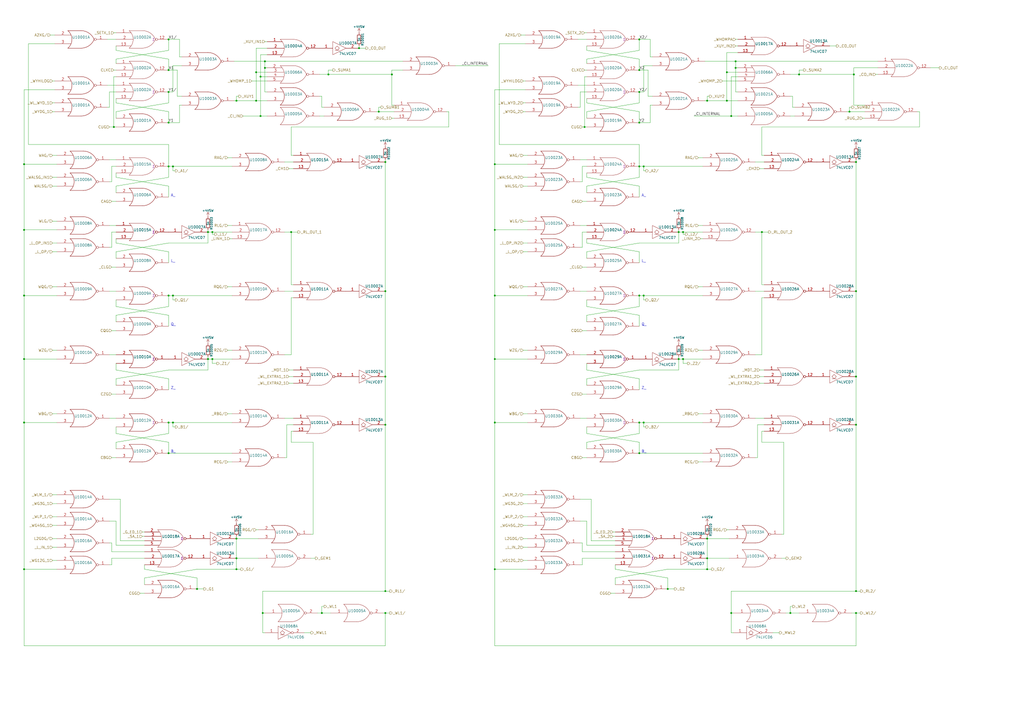
<source format=kicad_sch>
(kicad_sch (version 20211123) (generator eeschema)
  (paper "A2")
  (junction (at 137.16 330.2))
  (junction (at 137.16 323.85))
  (junction (at 495.3 43.18))
  (junction (at 13.97 171.45))
  (junction (at 100.33 245.11))
  (junction (at 373.38 245.11))
  (junction (at 496.57 93.98))
  (junction (at 123.19 134.62))
  (junction (at 97.79 262.89))
  (junction (at 223.52 246.38))
  (junction (at 393.7 208.28))
  (junction (at 424.18 67.31))
  (junction (at 463.55 43.18))
  (junction (at 287.02 95.25))
  (junction (at 370.84 71.12))
  (junction (at 223.52 168.91))
  (junction (at 370.84 96.52))
  (junction (at 410.21 58.42))
  (junction (at 421.64 41.91))
  (junction (at 97.79 22.86))
  (junction (at 458.47 355.6))
  (junction (at 396.24 134.62))
  (junction (at 373.38 96.52))
  (junction (at 426.72 35.56))
  (junction (at 148.59 58.42))
  (junction (at 496.57 218.44))
  (junction (at 100.33 96.52))
  (junction (at 208.28 27.94))
  (junction (at 287.02 171.45))
  (junction (at 410.21 312.42))
  (junction (at 223.52 342.9))
  (junction (at 120.65 134.62))
  (junction (at 496.57 355.6))
  (junction (at 151.13 67.31))
  (junction (at 223.52 355.6))
  (junction (at 100.33 171.45))
  (junction (at 153.67 35.56))
  (junction (at 97.79 171.45))
  (junction (at 424.18 355.6))
  (junction (at 410.21 330.2))
  (junction (at 496.57 246.38))
  (junction (at 287.02 245.11))
  (junction (at 370.84 53.34))
  (junction (at 137.16 312.42))
  (junction (at 168.91 134.62))
  (junction (at 339.09 73.66))
  (junction (at 13.97 245.11))
  (junction (at 496.57 342.9))
  (junction (at 393.7 134.62))
  (junction (at 151.13 44.45))
  (junction (at 219.71 64.77))
  (junction (at 370.84 22.86))
  (junction (at 148.59 41.91))
  (junction (at 152.4 355.6))
  (junction (at 387.35 341.63))
  (junction (at 13.97 95.25))
  (junction (at 496.57 168.91))
  (junction (at 97.79 71.12))
  (junction (at 66.04 73.66))
  (junction (at 153.67 39.37))
  (junction (at 13.97 330.2))
  (junction (at 13.97 133.35))
  (junction (at 97.79 53.34))
  (junction (at 492.76 64.77))
  (junction (at 13.97 208.28))
  (junction (at 114.3 341.63))
  (junction (at 223.52 218.44))
  (junction (at 186.69 355.6))
  (junction (at 441.96 134.62))
  (junction (at 370.84 245.11))
  (junction (at 426.72 39.37))
  (junction (at 97.79 96.52))
  (junction (at 370.84 171.45))
  (junction (at 287.02 208.28))
  (junction (at 287.02 133.35))
  (junction (at 370.84 40.64))
  (junction (at 396.24 208.28))
  (junction (at 421.64 58.42))
  (junction (at 410.21 323.85))
  (junction (at 190.5 43.18))
  (junction (at 120.65 208.28))
  (junction (at 123.19 208.28))
  (junction (at 97.79 245.11))
  (junction (at 287.02 330.2))
  (junction (at 373.38 171.45))
  (junction (at 137.16 58.42))
  (junction (at 370.84 262.89))
  (junction (at 223.52 93.98))
  (junction (at 97.79 40.64))
  (junction (at 227.33 43.18))
  (wire (pts (xy 184.15 355.6) (xy 186.69 355.6)))
  (wire (pts (xy 494.03 355.6) (xy 496.57 355.6)))
  (wire (pts (xy 137.16 312.42) (xy 149.86 312.42)))
  (wire (pts (xy 97.79 140.97) (xy 67.31 146.05)))
  (wire (pts (xy 496.57 355.6) (xy 496.57 374.65)))
  (wire (pts (xy 102.87 55.88) (xy 105.41 55.88)))
  (wire (pts (xy 97.79 96.52) (xy 97.79 102.87)))
  (wire (pts (xy 100.33 96.52) (xy 100.33 99.06)))
  (wire (pts (xy 443.23 250.19) (xy 441.96 250.19)))
  (wire (pts (xy 287.02 171.45) (xy 306.07 171.45)))
  (wire (pts (xy 97.79 251.46) (xy 67.31 256.54)))
  (wire (pts (xy 181.61 309.88) (xy 181.61 256.54)))
  (wire (pts (xy 373.38 247.65) (xy 374.65 247.65)))
  (wire (pts (xy 62.23 49.53) (xy 67.31 49.53)))
  (wire (pts (xy 166.37 265.43) (xy 166.37 246.38)))
  (wire (pts (xy 424.18 44.45) (xy 424.18 67.31)))
  (wire (pts (xy 336.55 62.23) (xy 336.55 53.34)))
  (wire (pts (xy 336.55 314.96) (xy 337.82 314.96)))
  (wire (pts (xy 123.19 135.89) (xy 124.46 135.89)))
  (wire (pts (xy 134.62 130.81) (xy 132.08 130.81)))
  (wire (pts (xy 100.33 53.34) (xy 100.33 38.1)))
  (wire (pts (xy 340.36 146.05) (xy 340.36 149.86)))
  (wire (pts (xy 496.57 93.98) (xy 496.57 168.91)))
  (wire (pts (xy 67.31 29.21) (xy 67.31 26.67)))
  (wire (pts (xy 97.79 146.05) (xy 67.31 140.97)))
  (wire (pts (xy 64.77 323.85) (xy 83.82 323.85)))
  (wire (pts (xy 370.84 182.88) (xy 340.36 177.8)))
  (wire (pts (xy 185.42 43.18) (xy 190.5 43.18)))
  (wire (pts (xy 287.02 133.35) (xy 306.07 133.35)))
  (wire (pts (xy 438.15 134.62) (xy 441.96 134.62)))
  (wire (pts (xy 421.64 41.91) (xy 427.99 41.91)))
  (wire (pts (xy 424.18 342.9) (xy 424.18 355.6)))
  (wire (pts (xy 373.38 173.99) (xy 374.65 173.99)))
  (wire (pts (xy 337.82 320.04) (xy 356.87 320.04)))
  (wire (pts (xy 63.5 143.51) (xy 64.77 143.51)))
  (wire (pts (xy 33.02 90.17) (xy 30.48 90.17)))
  (wire (pts (xy 441.96 250.19) (xy 441.96 256.54)))
  (wire (pts (xy 114.3 341.63) (xy 118.11 341.63)))
  (wire (pts (xy 287.02 208.28) (xy 287.02 245.11)))
  (wire (pts (xy 337.82 96.52) (xy 340.36 96.52)))
  (wire (pts (xy 441.96 172.72) (xy 443.23 172.72)))
  (wire (pts (xy 64.77 314.96) (xy 64.77 320.04)))
  (wire (pts (xy 410.21 323.85) (xy 422.91 323.85)))
  (wire (pts (xy 410.21 330.2) (xy 412.75 330.2)))
  (wire (pts (xy 97.79 53.34) (xy 97.79 59.69)))
  (wire (pts (xy 97.79 83.82) (xy 16.51 83.82)))
  (wire (pts (xy 63.5 168.91) (xy 67.31 168.91)))
  (wire (pts (xy 340.36 154.94) (xy 337.82 154.94)))
  (wire (pts (xy 370.84 171.45) (xy 373.38 171.45)))
  (wire (pts (xy 370.84 40.64) (xy 370.84 34.29)))
  (wire (pts (xy 227.33 40.64) (xy 233.68 40.64)))
  (wire (pts (xy 340.36 107.95) (xy 340.36 111.76)))
  (wire (pts (xy 287.02 133.35) (xy 287.02 171.45)))
  (wire (pts (xy 533.4 73.66) (xy 441.96 73.66)))
  (wire (pts (xy 260.35 73.66) (xy 168.91 73.66)))
  (wire (pts (xy 441.96 205.74) (xy 441.96 172.72)))
  (wire (pts (xy 135.89 58.42) (xy 137.16 58.42)))
  (wire (pts (xy 410.21 55.88) (xy 411.48 55.88)))
  (wire (pts (xy 336.55 205.74) (xy 340.36 205.74)))
  (wire (pts (xy 63.5 302.26) (xy 67.31 302.26)))
  (wire (pts (xy 176.53 367.03) (xy 180.34 367.03)))
  (wire (pts (xy 186.69 355.6) (xy 186.69 351.79)))
  (wire (pts (xy 13.97 330.2) (xy 13.97 374.65)))
  (wire (pts (xy 393.7 134.62) (xy 393.7 140.97)))
  (wire (pts (xy 441.96 73.66) (xy 441.96 90.17)))
  (wire (pts (xy 306.07 317.5) (xy 303.53 317.5)))
  (wire (pts (xy 356.87 344.17) (xy 354.33 344.17)))
  (wire (pts (xy 97.79 22.86) (xy 104.14 22.86)))
  (wire (pts (xy 373.38 245.11) (xy 373.38 247.65)))
  (wire (pts (xy 186.69 355.6) (xy 191.77 355.6)))
  (wire (pts (xy 63.5 289.56) (xy 69.85 289.56)))
  (wire (pts (xy 13.97 208.28) (xy 33.02 208.28)))
  (wire (pts (xy 340.36 19.05) (xy 339.09 19.05)))
  (wire (pts (xy 453.39 323.85) (xy 455.93 323.85)))
  (wire (pts (xy 97.79 171.45) (xy 100.33 171.45)))
  (wire (pts (xy 370.84 219.71) (xy 340.36 214.63)))
  (wire (pts (xy 264.16 38.1) (xy 283.21 38.1)))
  (wire (pts (xy 120.65 214.63) (xy 97.79 214.63)))
  (wire (pts (xy 370.84 107.95) (xy 340.36 102.87)))
  (wire (pts (xy 373.38 171.45) (xy 407.67 171.45)))
  (wire (pts (xy 97.79 214.63) (xy 67.31 219.71)))
  (wire (pts (xy 134.62 240.03) (xy 132.08 240.03)))
  (wire (pts (xy 287.02 330.2) (xy 287.02 374.65)))
  (wire (pts (xy 67.31 316.23) (xy 83.82 316.23)))
  (wire (pts (xy 370.84 96.52) (xy 373.38 96.52)))
  (wire (pts (xy 227.33 43.18) (xy 227.33 60.96)))
  (wire (pts (xy 137.16 330.2) (xy 139.7 330.2)))
  (wire (pts (xy 440.69 97.79) (xy 443.23 97.79)))
  (wire (pts (xy 370.84 102.87) (xy 340.36 107.95)))
  (wire (pts (xy 287.02 95.25) (xy 306.07 95.25)))
  (wire (pts (xy 67.31 140.97) (xy 67.31 138.43)))
  (wire (pts (xy 370.84 53.34) (xy 370.84 59.69)))
  (wire (pts (xy 396.24 135.89) (xy 397.51 135.89)))
  (wire (pts (xy 458.47 355.6) (xy 463.55 355.6)))
  (wire (pts (xy 370.84 214.63) (xy 340.36 219.71)))
  (wire (pts (xy 223.52 374.65) (xy 13.97 374.65)))
  (wire (pts (xy 340.36 302.26) (xy 340.36 316.23)))
  (wire (pts (xy 167.64 97.79) (xy 170.18 97.79)))
  (wire (pts (xy 441.96 205.74) (xy 438.15 205.74)))
  (wire (pts (xy 340.36 29.21) (xy 340.36 26.67)))
  (wire (pts (xy 375.92 40.64) (xy 375.92 55.88)))
  (wire (pts (xy 149.86 307.34) (xy 148.59 307.34)))
  (wire (pts (xy 69.85 289.56) (xy 69.85 313.69)))
  (wire (pts (xy 336.55 105.41) (xy 337.82 105.41)))
  (wire (pts (xy 463.55 40.64) (xy 463.55 43.18)))
  (wire (pts (xy 67.31 302.26) (xy 67.31 316.23)))
  (wire (pts (xy 427.99 22.86) (xy 426.72 22.86)))
  (wire (pts (xy 31.75 20.32) (xy 29.21 20.32)))
  (wire (pts (xy 443.23 222.25) (xy 440.69 222.25)))
  (wire (pts (xy 532.13 64.77) (xy 533.4 64.77)))
  (wire (pts (xy 67.31 256.54) (xy 67.31 260.35)))
  (wire (pts (xy 31.75 46.99) (xy 30.48 46.99)))
  (wire (pts (xy 120.65 133.35) (xy 120.65 134.62)))
  (wire (pts (xy 387.35 330.2) (xy 356.87 335.28)))
  (wire (pts (xy 104.14 33.02) (xy 105.41 33.02)))
  (wire (pts (xy 340.36 102.87) (xy 340.36 100.33)))
  (wire (pts (xy 407.67 166.37) (xy 405.13 166.37)))
  (wire (pts (xy 83.82 308.61) (xy 82.55 308.61)))
  (wire (pts (xy 137.16 323.85) (xy 137.16 330.2)))
  (wire (pts (xy 424.18 67.31) (xy 427.99 67.31)))
  (wire (pts (xy 370.84 140.97) (xy 340.36 146.05)))
  (wire (pts (xy 304.8 20.32) (xy 302.26 20.32)))
  (wire (pts (xy 370.84 171.45) (xy 370.84 177.8)))
  (wire (pts (xy 377.19 60.96) (xy 378.46 60.96)))
  (wire (pts (xy 33.02 203.2) (xy 30.48 203.2)))
  (wire (pts (xy 134.62 138.43) (xy 133.35 138.43)))
  (wire (pts (xy 219.71 62.23) (xy 220.98 62.23)))
  (wire (pts (xy 458.47 43.18) (xy 463.55 43.18)))
  (wire (pts (xy 67.31 191.77) (xy 64.77 191.77)))
  (wire (pts (xy 137.16 311.15) (xy 137.16 312.42)))
  (wire (pts (xy 448.31 367.03) (xy 452.12 367.03)))
  (wire (pts (xy 443.23 214.63) (xy 440.69 214.63)))
  (wire (pts (xy 424.18 367.03) (xy 425.45 367.03)))
  (wire (pts (xy 137.16 323.85) (xy 149.86 323.85)))
  (wire (pts (xy 370.84 226.06) (xy 370.84 219.71)))
  (wire (pts (xy 165.1 134.62) (xy 168.91 134.62)))
  (wire (pts (xy 67.31 154.94) (xy 64.77 154.94)))
  (wire (pts (xy 13.97 245.11) (xy 13.97 330.2)))
  (wire (pts (xy 335.28 22.86) (xy 340.36 22.86)))
  (wire (pts (xy 306.07 107.95) (xy 303.53 107.95)))
  (wire (pts (xy 152.4 367.03) (xy 153.67 367.03)))
  (wire (pts (xy 33.02 304.8) (xy 30.48 304.8)))
  (wire (pts (xy 463.55 43.18) (xy 495.3 43.18)))
  (wire (pts (xy 13.97 95.25) (xy 33.02 95.25)))
  (wire (pts (xy 137.16 312.42) (xy 137.16 323.85)))
  (wire (pts (xy 370.84 29.21) (xy 340.36 34.29)))
  (wire (pts (xy 97.79 219.71) (xy 67.31 214.63)))
  (wire (pts (xy 410.21 312.42) (xy 422.91 312.42)))
  (wire (pts (xy 304.8 52.07) (xy 287.02 52.07)))
  (wire (pts (xy 340.36 140.97) (xy 340.36 138.43)))
  (wire (pts (xy 356.87 308.61) (xy 355.6 308.61)))
  (wire (pts (xy 83.82 344.17) (xy 81.28 344.17)))
  (wire (pts (xy 370.84 22.86) (xy 370.84 29.21)))
  (wire (pts (xy 30.48 299.72) (xy 33.02 299.72)))
  (wire (pts (xy 63.5 62.23) (xy 63.5 53.34)))
  (wire (pts (xy 370.84 83.82) (xy 370.84 96.52)))
  (wire (pts (xy 289.56 25.4) (xy 304.8 25.4)))
  (wire (pts (xy 424.18 355.6) (xy 425.45 355.6)))
  (wire (pts (xy 67.31 34.29) (xy 67.31 36.83)))
  (wire (pts (xy 342.9 289.56) (xy 342.9 313.69)))
  (wire (pts (xy 287.02 208.28) (xy 306.07 208.28)))
  (wire (pts (xy 148.59 41.91) (xy 148.59 58.42)))
  (wire (pts (xy 340.36 177.8) (xy 340.36 173.99)))
  (wire (pts (xy 370.84 83.82) (xy 289.56 83.82)))
  (wire (pts (xy 340.36 116.84) (xy 337.82 116.84)))
  (wire (pts (xy 167.64 218.44) (xy 170.18 218.44)))
  (wire (pts (xy 441.96 134.62) (xy 441.96 165.1)))
  (wire (pts (xy 62.23 62.23) (xy 63.5 62.23)))
  (wire (pts (xy 31.75 59.69) (xy 30.48 59.69)))
  (wire (pts (xy 396.24 208.28) (xy 407.67 208.28)))
  (wire (pts (xy 100.33 247.65) (xy 101.6 247.65)))
  (wire (pts (xy 67.31 64.77) (xy 67.31 68.58)))
  (wire (pts (xy 340.36 182.88) (xy 340.36 186.69)))
  (wire (pts (xy 408.94 35.56) (xy 426.72 35.56)))
  (wire (pts (xy 63.5 242.57) (xy 67.31 242.57)))
  (wire (pts (xy 64.77 320.04) (xy 83.82 320.04)))
  (wire (pts (xy 152.4 355.6) (xy 152.4 367.03)))
  (wire (pts (xy 219.71 64.77) (xy 219.71 62.23)))
  (wire (pts (xy 373.38 99.06) (xy 374.65 99.06)))
  (wire (pts (xy 13.97 133.35) (xy 33.02 133.35)))
  (wire (pts (xy 33.02 292.1) (xy 30.48 292.1)))
  (wire (pts (xy 33.02 240.03) (xy 30.48 240.03)))
  (wire (pts (xy 137.16 58.42) (xy 137.16 55.88)))
  (wire (pts (xy 63.5 53.34) (xy 67.31 53.34)))
  (wire (pts (xy 64.77 143.51) (xy 64.77 134.62)))
  (wire (pts (xy 370.84 256.54) (xy 340.36 251.46)))
  (wire (pts (xy 407.67 267.97) (xy 405.13 267.97)))
  (wire (pts (xy 97.79 102.87) (xy 67.31 107.95)))
  (wire (pts (xy 339.09 73.66) (xy 339.09 44.45)))
  (wire (pts (xy 393.7 207.01) (xy 393.7 208.28)))
  (wire (pts (xy 63.5 130.81) (xy 67.31 130.81)))
  (wire (pts (xy 186.69 62.23) (xy 187.96 62.23)))
  (wire (pts (xy 370.84 152.4) (xy 370.84 146.05)))
  (wire (pts (xy 492.76 62.23) (xy 494.03 62.23)))
  (wire (pts (xy 66.04 44.45) (xy 67.31 44.45)))
  (wire (pts (xy 306.07 90.17) (xy 303.53 90.17)))
  (wire (pts (xy 458.47 55.88) (xy 459.74 55.88)))
  (wire (pts (xy 152.4 342.9) (xy 152.4 355.6)))
  (wire (pts (xy 33.02 325.12) (xy 30.48 325.12)))
  (wire (pts (xy 104.14 60.96) (xy 105.41 60.96)))
  (wire (pts (xy 63.5 73.66) (xy 66.04 73.66)))
  (wire (pts (xy 393.7 214.63) (xy 370.84 214.63)))
  (wire (pts (xy 140.97 67.31) (xy 151.13 67.31)))
  (wire (pts (xy 427.99 46.99) (xy 419.1 46.99)))
  (wire (pts (xy 340.36 40.64) (xy 339.09 40.64)))
  (wire (pts (xy 496.57 374.65) (xy 287.02 374.65)))
  (wire (pts (xy 13.97 208.28) (xy 13.97 245.11)))
  (wire (pts (xy 223.52 93.98) (xy 223.52 168.91)))
  (wire (pts (xy 421.64 58.42) (xy 427.99 58.42)))
  (wire (pts (xy 97.79 182.88) (xy 67.31 177.8)))
  (wire (pts (xy 64.77 134.62) (xy 67.31 134.62)))
  (wire (pts (xy 287.02 245.11) (xy 306.07 245.11)))
  (wire (pts (xy 407.67 130.81) (xy 405.13 130.81)))
  (wire (pts (xy 100.33 171.45) (xy 134.62 171.45)))
  (wire (pts (xy 340.36 59.69) (xy 340.36 57.15)))
  (wire (pts (xy 100.33 245.11) (xy 100.33 247.65)))
  (wire (pts (xy 336.55 92.71) (xy 340.36 92.71)))
  (wire (pts (xy 181.61 256.54) (xy 168.91 256.54)))
  (wire (pts (xy 67.31 40.64) (xy 66.04 40.64)))
  (wire (pts (xy 496.57 342.9) (xy 499.11 342.9)))
  (wire (pts (xy 148.59 58.42) (xy 154.94 58.42)))
  (wire (pts (xy 123.19 208.28) (xy 134.62 208.28)))
  (wire (pts (xy 16.51 25.4) (xy 31.75 25.4)))
  (wire (pts (xy 97.79 152.4) (xy 97.79 146.05)))
  (wire (pts (xy 340.36 316.23) (xy 356.87 316.23)))
  (wire (pts (xy 337.82 323.85) (xy 356.87 323.85)))
  (wire (pts (xy 100.33 96.52) (xy 134.62 96.52)))
  (wire (pts (xy 496.57 218.44) (xy 496.57 246.38)))
  (wire (pts (xy 496.57 246.38) (xy 496.57 342.9)))
  (wire (pts (xy 97.79 29.21) (xy 67.31 34.29)))
  (wire (pts (xy 120.65 208.28) (xy 123.19 208.28)))
  (wire (pts (xy 370.84 22.86) (xy 377.19 22.86)))
  (wire (pts (xy 410.21 58.42) (xy 421.64 58.42)))
  (wire (pts (xy 97.79 226.06) (xy 97.79 219.71)))
  (wire (pts (xy 168.91 205.74) (xy 168.91 172.72)))
  (wire (pts (xy 370.84 177.8) (xy 340.36 182.88)))
  (wire (pts (xy 287.02 171.45) (xy 287.02 208.28)))
  (wire (pts (xy 208.28 27.94) (xy 208.28 26.67)))
  (wire (pts (xy 13.97 171.45) (xy 33.02 171.45)))
  (wire (pts (xy 114.3 330.2) (xy 83.82 335.28)))
  (wire (pts (xy 441.96 90.17) (xy 443.23 90.17)))
  (wire (pts (xy 375.92 55.88) (xy 378.46 55.88)))
  (wire (pts (xy 495.3 39.37) (xy 509.27 39.37)))
  (wire (pts (xy 67.31 251.46) (xy 67.31 247.65)))
  (wire (pts (xy 408.94 58.42) (xy 410.21 58.42)))
  (wire (pts (xy 97.79 34.29) (xy 67.31 29.21)))
  (wire (pts (xy 153.67 53.34) (xy 154.94 53.34)))
  (wire (pts (xy 287.02 52.07) (xy 287.02 95.25)))
  (wire (pts (xy 134.62 267.97) (xy 132.08 267.97)))
  (wire (pts (xy 356.87 330.2) (xy 356.87 327.66)))
  (wire (pts (xy 387.35 341.63) (xy 391.16 341.63)))
  (wire (pts (xy 123.19 134.62) (xy 134.62 134.62)))
  (wire (pts (xy 424.18 342.9) (xy 496.57 342.9)))
  (wire (pts (xy 13.97 171.45) (xy 13.97 208.28)))
  (wire (pts (xy 63.5 105.41) (xy 64.77 105.41)))
  (wire (pts (xy 426.72 39.37) (xy 426.72 53.34)))
  (wire (pts (xy 168.91 172.72) (xy 170.18 172.72)))
  (wire (pts (xy 151.13 67.31) (xy 154.94 67.31)))
  (wire (pts (xy 304.8 64.77) (xy 303.53 64.77)))
  (wire (pts (xy 495.3 39.37) (xy 495.3 43.18)))
  (wire (pts (xy 185.42 67.31) (xy 187.96 67.31)))
  (wire (pts (xy 303.53 312.42) (xy 306.07 312.42)))
  (wire (pts (xy 339.09 73.66) (xy 340.36 73.66)))
  (wire (pts (xy 120.65 207.01) (xy 120.65 208.28)))
  (wire (pts (xy 97.79 177.8) (xy 67.31 182.88)))
  (wire (pts (xy 340.36 256.54) (xy 340.36 260.35)))
  (wire (pts (xy 495.3 60.96) (xy 501.65 60.96)))
  (wire (pts (xy 134.62 203.2) (xy 132.08 203.2)))
  (wire (pts (xy 356.87 335.28) (xy 356.87 339.09)))
  (wire (pts (xy 67.31 214.63) (xy 67.31 210.82)))
  (wire (pts (xy 336.55 53.34) (xy 340.36 53.34)))
  (wire (pts (xy 453.39 309.88) (xy 454.66 309.88)))
  (wire (pts (xy 151.13 31.75) (xy 154.94 31.75)))
  (wire (pts (xy 97.79 189.23) (xy 97.79 182.88)))
  (wire (pts (xy 97.79 83.82) (xy 97.79 96.52)))
  (wire (pts (xy 152.4 355.6) (xy 153.67 355.6)))
  (wire (pts (xy 151.13 44.45) (xy 154.94 44.45)))
  (wire (pts (xy 151.13 44.45) (xy 151.13 67.31)))
  (wire (pts (xy 97.79 40.64) (xy 102.87 40.64)))
  (wire (pts (xy 337.82 134.62) (xy 340.36 134.62)))
  (wire (pts (xy 219.71 64.77) (xy 228.6 64.77)))
  (wire (pts (xy 340.36 251.46) (xy 340.36 247.65)))
  (wire (pts (xy 120.65 140.97) (xy 97.79 140.97)))
  (wire (pts (xy 190.5 40.64) (xy 190.5 43.18)))
  (wire (pts (xy 438.15 265.43) (xy 439.42 265.43)))
  (wire (pts (xy 170.18 168.91) (xy 165.1 168.91)))
  (wire (pts (xy 123.19 134.62) (xy 123.19 135.89)))
  (wire (pts (xy 337.82 73.66) (xy 339.09 73.66)))
  (wire (pts (xy 165.1 265.43) (xy 166.37 265.43)))
  (wire (pts (xy 387.35 335.28) (xy 356.87 330.2)))
  (wire (pts (xy 123.19 210.82) (xy 125.73 210.82)))
  (wire (pts (xy 97.79 64.77) (xy 67.31 59.69)))
  (wire (pts (xy 100.33 38.1) (xy 105.41 38.1)))
  (wire (pts (xy 67.31 102.87) (xy 67.31 100.33)))
  (wire (pts (xy 306.07 304.8) (xy 303.53 304.8)))
  (wire (pts (xy 393.7 208.28) (xy 396.24 208.28)))
  (wire (pts (xy 336.55 143.51) (xy 337.82 143.51)))
  (wire (pts (xy 422.91 307.34) (xy 421.64 307.34)))
  (wire (pts (xy 97.79 256.54) (xy 67.31 251.46)))
  (wire (pts (xy 496.57 168.91) (xy 496.57 218.44)))
  (wire (pts (xy 170.18 214.63) (xy 167.64 214.63)))
  (wire (pts (xy 370.84 245.11) (xy 370.84 251.46)))
  (wire (pts (xy 336.55 130.81) (xy 340.36 130.81)))
  (wire (pts (xy 393.7 134.62) (xy 396.24 134.62)))
  (wire (pts (xy 340.36 214.63) (xy 340.36 210.82)))
  (wire (pts (xy 373.38 96.52) (xy 373.38 99.06)))
  (wire (pts (xy 492.76 64.77) (xy 501.65 64.77)))
  (wire (pts (xy 154.94 46.99) (xy 146.05 46.99)))
  (wire (pts (xy 481.33 26.67) (xy 485.14 26.67)))
  (wire (pts (xy 410.21 58.42) (xy 410.21 55.88)))
  (wire (pts (xy 63.5 205.74) (xy 67.31 205.74)))
  (wire (pts (xy 166.37 246.38) (xy 170.18 246.38)))
  (wire (pts (xy 455.93 355.6) (xy 458.47 355.6)))
  (wire (pts (xy 69.85 313.69) (xy 83.82 313.69)))
  (wire (pts (xy 396.24 208.28) (xy 396.24 210.82)))
  (wire (pts (xy 33.02 107.95) (xy 30.48 107.95)))
  (wire (pts (xy 370.84 146.05) (xy 340.36 140.97)))
  (wire (pts (xy 67.31 265.43) (xy 64.77 265.43)))
  (wire (pts (xy 454.66 256.54) (xy 441.96 256.54)))
  (wire (pts (xy 342.9 313.69) (xy 356.87 313.69)))
  (wire (pts (xy 67.31 107.95) (xy 67.31 111.76)))
  (wire (pts (xy 223.52 246.38) (xy 223.52 342.9)))
  (wire (pts (xy 153.67 39.37) (xy 153.67 53.34)))
  (wire (pts (xy 539.75 39.37) (xy 544.83 39.37)))
  (wire (pts (xy 63.5 92.71) (xy 67.31 92.71)))
  (wire (pts (xy 97.79 22.86) (xy 97.79 29.21)))
  (wire (pts (xy 186.69 351.79) (xy 187.96 351.79)))
  (wire (pts (xy 185.42 55.88) (xy 186.69 55.88)))
  (wire (pts (xy 67.31 116.84) (xy 64.77 116.84)))
  (wire (pts (xy 168.91 250.19) (xy 168.91 256.54)))
  (wire (pts (xy 421.64 58.42) (xy 421.64 41.91)))
  (wire (pts (xy 153.67 35.56) (xy 233.68 35.56)))
  (wire (pts (xy 373.38 245.11) (xy 407.67 245.11)))
  (wire (pts (xy 31.75 64.77) (xy 30.48 64.77)))
  (wire (pts (xy 97.79 262.89) (xy 134.62 262.89)))
  (wire (pts (xy 336.55 289.56) (xy 342.9 289.56)))
  (wire (pts (xy 137.16 58.42) (xy 148.59 58.42)))
  (wire (pts (xy 306.07 240.03) (xy 303.53 240.03)))
  (wire (pts (xy 340.36 228.6) (xy 337.82 228.6)))
  (wire (pts (xy 97.79 59.69) (xy 67.31 64.77)))
  (wire (pts (xy 454.66 309.88) (xy 454.66 256.54)))
  (wire (pts (xy 104.14 71.12) (xy 97.79 71.12)))
  (wire (pts (xy 426.72 35.56) (xy 509.27 35.56)))
  (wire (pts (xy 102.87 40.64) (xy 102.87 55.88)))
  (wire (pts (xy 180.34 309.88) (xy 181.61 309.88)))
  (wire (pts (xy 123.19 208.28) (xy 123.19 210.82)))
  (wire (pts (xy 336.55 242.57) (xy 340.36 242.57)))
  (wire (pts (xy 170.18 222.25) (xy 167.64 222.25)))
  (wire (pts (xy 168.91 165.1) (xy 170.18 165.1)))
  (wire (pts (xy 66.04 73.66) (xy 66.04 44.45)))
  (wire (pts (xy 370.84 64.77) (xy 340.36 59.69)))
  (wire (pts (xy 370.84 34.29) (xy 340.36 29.21)))
  (wire (pts (xy 13.97 245.11) (xy 33.02 245.11)))
  (wire (pts (xy 97.79 262.89) (xy 97.79 256.54)))
  (wire (pts (xy 13.97 133.35) (xy 13.97 171.45)))
  (wire (pts (xy 356.87 311.15) (xy 355.6 311.15)))
  (wire (pts (xy 443.23 168.91) (xy 438.15 168.91)))
  (wire (pts (xy 223.52 355.6) (xy 223.52 374.65)))
  (wire (pts (xy 33.02 140.97) (xy 30.48 140.97)))
  (wire (pts (xy 97.79 71.12) (xy 97.79 64.77)))
  (wire (pts (xy 134.62 166.37) (xy 132.08 166.37)))
  (wire (pts (xy 100.33 245.11) (xy 134.62 245.11)))
  (wire (pts (xy 33.02 317.5) (xy 30.48 317.5)))
  (wire (pts (xy 337.82 105.41) (xy 337.82 96.52)))
  (wire (pts (xy 306.07 146.05) (xy 303.53 146.05)))
  (wire (pts (xy 97.79 171.45) (xy 97.79 177.8)))
  (wire (pts (xy 223.52 355.6) (xy 226.06 355.6)))
  (wire (pts (xy 306.07 102.87) (xy 303.53 102.87)))
  (wire (pts (xy 387.35 341.63) (xy 387.35 335.28)))
  (wire (pts (xy 393.7 208.28) (xy 393.7 214.63)))
  (wire (pts (xy 410.21 312.42) (xy 410.21 323.85)))
  (wire (pts (xy 152.4 342.9) (xy 223.52 342.9)))
  (wire (pts (xy 208.28 27.94) (xy 212.09 27.94)))
  (wire (pts (xy 421.64 30.48) (xy 427.99 30.48)))
  (wire (pts (xy 407.67 138.43) (xy 406.4 138.43)))
  (wire (pts (xy 13.97 52.07) (xy 13.97 95.25)))
  (wire (pts (xy 223.52 342.9) (xy 226.06 342.9)))
  (wire (pts (xy 339.09 44.45) (xy 340.36 44.45)))
  (wire (pts (xy 370.84 59.69) (xy 340.36 64.77)))
  (wire (pts (xy 370.84 251.46) (xy 340.36 256.54)))
  (wire (pts (xy 387.35 330.2) (xy 410.21 330.2)))
  (wire (pts (xy 67.31 177.8) (xy 67.31 173.99)))
  (wire (pts (xy 33.02 166.37) (xy 30.48 166.37)))
  (wire (pts (xy 223.52 168.91) (xy 223.52 218.44)))
  (wire (pts (xy 168.91 134.62) (xy 168.91 165.1)))
  (wire (pts (xy 31.75 52.07) (xy 13.97 52.07)))
  (wire (pts (xy 407.67 203.2) (xy 405.13 203.2)))
  (wire (pts (xy 33.02 102.87) (xy 30.48 102.87)))
  (wire (pts (xy 165.1 242.57) (xy 170.18 242.57)))
  (wire (pts (xy 303.53 299.72) (xy 306.07 299.72)))
  (wire (pts (xy 340.36 34.29) (xy 340.36 36.83)))
  (wire (pts (xy 337.82 143.51) (xy 337.82 134.62)))
  (wire (pts (xy 67.31 146.05) (xy 67.31 149.86)))
  (wire (pts (xy 410.21 323.85) (xy 410.21 330.2)))
  (wire (pts (xy 30.48 312.42) (xy 33.02 312.42)))
  (wire (pts (xy 137.16 55.88) (xy 138.43 55.88)))
  (wire (pts (xy 151.13 31.75) (xy 151.13 44.45)))
  (wire (pts (xy 190.5 43.18) (xy 227.33 43.18)))
  (wire (pts (xy 114.3 341.63) (xy 114.3 335.28)))
  (wire (pts (xy 396.24 210.82) (xy 398.78 210.82)))
  (wire (pts (xy 97.79 107.95) (xy 67.31 102.87)))
  (wire (pts (xy 337.82 314.96) (xy 337.82 320.04)))
  (wire (pts (xy 370.84 262.89) (xy 407.67 262.89)))
  (wire (pts (xy 370.84 53.34) (xy 373.38 53.34)))
  (wire (pts (xy 83.82 311.15) (xy 82.55 311.15)))
  (wire (pts (xy 62.23 22.86) (xy 67.31 22.86)))
  (wire (pts (xy 100.33 171.45) (xy 100.33 173.99)))
  (wire (pts (xy 114.3 330.2) (xy 137.16 330.2)))
  (wire (pts (xy 407.67 91.44) (xy 405.13 91.44)))
  (wire (pts (xy 370.84 189.23) (xy 370.84 182.88)))
  (wire (pts (xy 370.84 245.11) (xy 373.38 245.11)))
  (wire (pts (xy 100.33 173.99) (xy 101.6 173.99)))
  (wire (pts (xy 370.84 262.89) (xy 370.84 256.54)))
  (wire (pts (xy 64.77 327.66) (xy 64.77 323.85)))
  (wire (pts (xy 218.44 64.77) (xy 219.71 64.77)))
  (wire (pts (xy 377.19 71.12) (xy 370.84 71.12)))
  (wire (pts (xy 67.31 19.05) (xy 66.04 19.05)))
  (wire (pts (xy 83.82 330.2) (xy 83.82 327.66)))
  (wire (pts (xy 466.09 40.64) (xy 463.55 40.64)))
  (wire (pts (xy 303.53 287.02) (xy 306.07 287.02)))
  (wire (pts (xy 64.77 96.52) (xy 67.31 96.52)))
  (wire (pts (xy 97.79 53.34) (xy 100.33 53.34)))
  (wire (pts (xy 426.72 53.34) (xy 427.99 53.34)))
  (wire (pts (xy 67.31 219.71) (xy 67.31 223.52)))
  (wire (pts (xy 441.96 165.1) (xy 443.23 165.1)))
  (wire (pts (xy 396.24 134.62) (xy 396.24 135.89)))
  (wire (pts (xy 104.14 22.86) (xy 104.14 33.02)))
  (wire (pts (xy 100.33 99.06) (xy 101.6 99.06)))
  (wire (pts (xy 304.8 59.69) (xy 303.53 59.69)))
  (wire (pts (xy 97.79 114.3) (xy 97.79 107.95)))
  (wire (pts (xy 335.28 49.53) (xy 340.36 49.53)))
  (wire (pts (xy 373.38 171.45) (xy 373.38 173.99)))
  (wire (pts (xy 340.36 265.43) (xy 337.82 265.43)))
  (wire (pts (xy 83.82 335.28) (xy 83.82 339.09)))
  (wire (pts (xy 501.65 68.58) (xy 500.38 68.58)))
  (wire (pts (xy 135.89 35.56) (xy 153.67 35.56)))
  (wire (pts (xy 306.07 292.1) (xy 303.53 292.1)))
  (wire (pts (xy 287.02 330.2) (xy 306.07 330.2)))
  (wire (pts (xy 335.28 62.23) (xy 336.55 62.23)))
  (wire (pts (xy 67.31 59.69) (xy 67.31 57.15)))
  (wire (pts (xy 458.47 67.31) (xy 461.01 67.31)))
  (wire (pts (xy 492.76 64.77) (xy 492.76 62.23)))
  (wire (pts (xy 114.3 335.28) (xy 83.82 330.2)))
  (wire (pts (xy 33.02 128.27) (xy 30.48 128.27)))
  (wire (pts (xy 287.02 95.25) (xy 287.02 133.35)))
  (wire (pts (xy 340.36 64.77) (xy 340.36 68.58)))
  (wire (pts (xy 440.69 218.44) (xy 443.23 218.44)))
  (wire (pts (xy 306.07 128.27) (xy 303.53 128.27)))
  (wire (pts (xy 259.08 64.77) (xy 260.35 64.77)))
  (wire (pts (xy 13.97 330.2) (xy 33.02 330.2)))
  (wire (pts (xy 66.04 73.66) (xy 67.31 73.66)))
  (wire (pts (xy 370.84 40.64) (xy 375.92 40.64)))
  (wire (pts (xy 304.8 46.99) (xy 303.53 46.99)))
  (wire (pts (xy 64.77 105.41) (xy 64.77 96.52)))
  (wire (pts (xy 421.64 41.91) (xy 421.64 30.48)))
  (wire (pts (xy 396.24 134.62) (xy 407.67 134.62)))
  (wire (pts (xy 496.57 92.71) (xy 496.57 93.98)))
  (wire (pts (xy 134.62 91.44) (xy 132.08 91.44)))
  (wire (pts (xy 373.38 53.34) (xy 373.38 38.1)))
  (wire (pts (xy 439.42 246.38) (xy 443.23 246.38)))
  (wire (pts (xy 377.19 71.12) (xy 377.19 60.96)))
  (wire (pts (xy 373.38 96.52) (xy 407.67 96.52)))
  (wire (pts (xy 306.07 203.2) (xy 303.53 203.2)))
  (wire (pts (xy 168.91 134.62) (xy 172.72 134.62)))
  (wire (pts (xy 337.82 327.66) (xy 337.82 323.85)))
  (wire (pts (xy 410.21 311.15) (xy 410.21 312.42)))
  (wire (pts (xy 496.57 355.6) (xy 499.11 355.6)))
  (wire (pts (xy 458.47 355.6) (xy 458.47 351.79)))
  (wire (pts (xy 377.19 33.02) (xy 378.46 33.02)))
  (wire (pts (xy 426.72 39.37) (xy 427.99 39.37)))
  (wire (pts (xy 336.55 302.26) (xy 340.36 302.26)))
  (wire (pts (xy 427.99 44.45) (xy 424.18 44.45)))
  (wire (pts (xy 97.79 96.52) (xy 100.33 96.52)))
  (wire (pts (xy 441.96 134.62) (xy 445.77 134.62)))
  (wire (pts (xy 373.38 38.1) (xy 378.46 38.1)))
  (wire (pts (xy 533.4 64.77) (xy 533.4 73.66)))
  (wire (pts (xy 402.59 67.31) (xy 424.18 67.31)))
  (wire (pts (xy 120.65 134.62) (xy 120.65 140.97)))
  (wire (pts (xy 97.79 245.11) (xy 100.33 245.11)))
  (wire (pts (xy 424.18 355.6) (xy 424.18 367.03)))
  (wire (pts (xy 377.19 22.86) (xy 377.19 33.02)))
  (wire (pts (xy 459.74 55.88) (xy 459.74 62.23)))
  (wire (pts (xy 120.65 134.62) (xy 123.19 134.62)))
  (wire (pts (xy 67.31 182.88) (xy 67.31 186.69)))
  (wire (pts (xy 168.91 205.74) (xy 165.1 205.74)))
  (wire (pts (xy 393.7 133.35) (xy 393.7 134.62)))
  (wire (pts (xy 370.84 71.12) (xy 370.84 64.77)))
  (wire (pts (xy 336.55 168.91) (xy 340.36 168.91)))
  (wire (pts (xy 426.72 35.56) (xy 426.72 39.37)))
  (wire (pts (xy 223.52 92.71) (xy 223.52 93.98)))
  (wire (pts (xy 16.51 83.82) (xy 16.51 25.4)))
  (wire (pts (xy 306.07 166.37) (xy 303.53 166.37)))
  (wire (pts (xy 33.02 146.05) (xy 30.48 146.05)))
  (wire (pts (xy 168.91 90.17) (xy 170.18 90.17)))
  (wire (pts (xy 306.07 325.12) (xy 303.53 325.12)))
  (wire (pts (xy 491.49 64.77) (xy 492.76 64.77)))
  (wire (pts (xy 370.84 96.52) (xy 370.84 102.87)))
  (wire (pts (xy 168.91 73.66) (xy 168.91 90.17)))
  (wire (pts (xy 30.48 287.02) (xy 33.02 287.02)))
  (wire (pts (xy 148.59 27.94) (xy 154.94 27.94)))
  (wire (pts (xy 458.47 351.79) (xy 459.74 351.79)))
  (wire (pts (xy 97.79 245.11) (xy 97.79 251.46)))
  (wire (pts (xy 180.34 323.85) (xy 182.88 323.85)))
  (wire (pts (xy 228.6 68.58) (xy 227.33 68.58)))
  (wire (pts (xy 170.18 250.19) (xy 168.91 250.19)))
  (wire (pts (xy 227.33 60.96) (xy 228.6 60.96)))
  (wire (pts (xy 289.56 83.82) (xy 289.56 25.4)))
  (wire (pts (xy 13.97 95.25) (xy 13.97 133.35)))
  (wire (pts (xy 508 43.18) (xy 509.27 43.18)))
  (wire (pts (xy 186.69 55.88) (xy 186.69 62.23)))
  (wire (pts (xy 427.99 26.67) (xy 426.72 26.67)))
  (wire (pts (xy 336.55 327.66) (xy 337.82 327.66)))
  (wire (pts (xy 438.15 242.57) (xy 443.23 242.57)))
  (wire (pts (xy 63.5 327.66) (xy 64.77 327.66)))
  (wire (pts (xy 153.67 35.56) (xy 153.67 39.37)))
  (wire (pts (xy 153.67 39.37) (xy 154.94 39.37)))
  (wire (pts (xy 120.65 208.28) (xy 120.65 214.63)))
  (wire (pts (xy 148.59 27.94) (xy 148.59 41.91)))
  (wire (pts (xy 67.31 228.6) (xy 64.77 228.6)))
  (wire (pts (xy 393.7 140.97) (xy 370.84 140.97)))
  (wire (pts (xy 260.35 64.77) (xy 260.35 73.66)))
  (wire (pts (xy 287.02 245.11) (xy 287.02 330.2)))
  (wire (pts (xy 495.3 43.18) (xy 495.3 60.96)))
  (wire (pts (xy 170.18 93.98) (xy 165.1 93.98)))
  (wire (pts (xy 340.36 219.71) (xy 340.36 223.52)))
  (wire (pts (xy 439.42 265.43) (xy 439.42 246.38)))
  (wire (pts (xy 407.67 240.03) (xy 405.13 240.03)))
  (wire (pts (xy 154.94 24.13) (xy 153.67 24.13)))
  (wire (pts (xy 63.5 314.96) (xy 64.77 314.96)))
  (wire (pts (xy 97.79 40.64) (xy 97.79 34.29)))
  (wire (pts (xy 459.74 62.23) (xy 461.01 62.23)))
  (wire (pts (xy 104.14 71.12) (xy 104.14 60.96)))
  (wire (pts (xy 340.36 191.77) (xy 337.82 191.77)))
  (wire (pts (xy 227.33 40.64) (xy 227.33 43.18)))
  (wire (pts (xy 223.52 218.44) (xy 223.52 246.38)))
  (wire (pts (xy 443.23 93.98) (xy 438.15 93.98)))
  (wire (pts (xy 306.07 140.97) (xy 303.53 140.97)))
  (wire (pts (xy 148.59 41.91) (xy 154.94 41.91)))
  (wire (pts (xy 193.04 40.64) (xy 190.5 40.64)))
  (wire (pts (xy 370.84 114.3) (xy 370.84 107.95)))
  (wire (pts (xy 222.25 355.6) (xy 223.52 355.6)))
  (text "Q_" (at 99.06 189.23 0) (effects (font (size 1.524 1.524)) (justify left bottom)))
  (text "L_" (at 99.06 152.4 0) (effects (font (size 1.524 1.524)) (justify left bottom)))
  (text "Q_" (at 372.11 189.23 0) (effects (font (size 1.524 1.524)) (justify left bottom)))
  (text "B_" (at 99.06 262.89 0) (effects (font (size 1.524 1.524)) (justify left bottom)))
  (text "Z_" (at 99.06 226.06 0) (effects (font (size 1.524 1.524)) (justify left bottom)))
  (text "A_" (at 99.06 114.3 0) (effects (font (size 1.524 1.524)) (justify left bottom)))
  (text "A_" (at 372.11 114.3 0) (effects (font (size 1.524 1.524)) (justify left bottom)))
  (text "B_" (at 372.11 262.89 0) (effects (font (size 1.524 1.524)) (justify left bottom)))
  (text "L_" (at 372.11 152.4 0) (effects (font (size 1.524 1.524)) (justify left bottom)))
  (text "Z_" (at 372.11 226.06 0) (effects (font (size 1.524 1.524)) (justify left bottom)))
  (label "Y2" (at 370.84 71.12 0) (effects (font (size 1.524 1.524))))
  (label "X1/" (at 97.79 22.86 0) (effects (font (size 1.524 1.524))))
  (label "Y1" (at 97.79 71.12 0) (effects (font (size 1.524 1.524))))
  (label "Y1/" (at 97.79 53.34 0) (effects (font (size 1.524 1.524))))
  (label "X2/" (at 370.84 22.86 0) (effects (font (size 1.524 1.524))))
  (label "X2" (at 370.84 40.64 0) (effects (font (size 1.524 1.524))))
  (label "_CI_INTERNAL" (at 402.59 67.31 0) (effects (font (size 1.524 1.524))))
  (label "Y2/" (at 370.84 53.34 0) (effects (font (size 1.524 1.524))))
  (label "X1" (at 97.79 40.64 0) (effects (font (size 1.524 1.524))))
  (label "_CI_INTERNAL" (at 283.21 38.1 180) (effects (font (size 1.524 1.524))))
  (hierarchical_label "_XUY_IN1" (shape input) (at 153.67 24.13 180) (effects (font (size 1.524 1.524))))
  (hierarchical_label "CBG" (shape input) (at 337.82 265.43 180) (effects (font (size 1.524 1.524))))
  (hierarchical_label "WZG/" (shape input) (at 30.48 203.2 180) (effects (font (size 1.524 1.524))))
  (hierarchical_label "_B2/" (shape output) (at 374.65 247.65 0) (effects (font (size 1.524 1.524))))
  (hierarchical_label "CAG" (shape input) (at 337.82 116.84 180) (effects (font (size 1.524 1.524))))
  (hierarchical_label "_WYDG_2" (shape input) (at 303.53 64.77 180) (effects (font (size 1.524 1.524))))
  (hierarchical_label "_L_OP_IN2" (shape input) (at 303.53 140.97 180) (effects (font (size 1.524 1.524))))
  (hierarchical_label "_WG12G_2" (shape input) (at 303.53 325.12 180) (effects (font (size 1.524 1.524))))
  (hierarchical_label "_WL2" (shape output) (at 459.74 351.79 0) (effects (font (size 1.524 1.524))))
  (hierarchical_label "_SUMA1" (shape output) (at 193.04 40.64 0) (effects (font (size 1.524 1.524))))
  (hierarchical_label "WZG/" (shape input) (at 303.53 203.2 180) (effects (font (size 1.524 1.524))))
  (hierarchical_label "A2XG/" (shape input) (at 302.26 20.32 180) (effects (font (size 1.524 1.524))))
  (hierarchical_label "_CI_OUT" (shape output) (at 544.83 39.37 0) (effects (font (size 1.524 1.524))))
  (hierarchical_label "RLG/" (shape input) (at 132.08 130.81 180) (effects (font (size 1.524 1.524))))
  (hierarchical_label "_L_OP/" (shape input) (at 303.53 146.05 180) (effects (font (size 1.524 1.524))))
  (hierarchical_label "_WL_WYD_1" (shape input) (at 30.48 59.69 180) (effects (font (size 1.524 1.524))))
  (hierarchical_label "CGG" (shape input) (at 354.33 344.17 180) (effects (font (size 1.524 1.524))))
  (hierarchical_label "_SETX_2" (shape input) (at 339.09 19.05 180) (effects (font (size 1.524 1.524))))
  (hierarchical_label "_G2/" (shape output) (at 412.75 330.2 0) (effects (font (size 1.524 1.524))))
  (hierarchical_label "RZG/" (shape input) (at 405.13 203.2 180) (effects (font (size 1.524 1.524))))
  (hierarchical_label "RGG/" (shape input) (at 421.64 307.34 180) (effects (font (size 1.524 1.524))))
  (hierarchical_label "_RBG/" (shape input) (at 132.08 240.03 180) (effects (font (size 1.524 1.524))))
  (hierarchical_label "_WL_EXTRA2_2" (shape input) (at 440.69 222.25 180) (effects (font (size 1.524 1.524))))
  (hierarchical_label "_WHOMP_2" (shape input) (at 419.1 46.99 180) (effects (font (size 1.524 1.524))))
  (hierarchical_label "CZG" (shape input) (at 337.82 228.6 180) (effects (font (size 1.524 1.524))))
  (hierarchical_label "_WHOMP_1" (shape input) (at 146.05 46.99 180) (effects (font (size 1.524 1.524))))
  (hierarchical_label "_MWL2" (shape output) (at 452.12 367.03 0) (effects (font (size 1.524 1.524))))
  (hierarchical_label "WQG/" (shape input) (at 303.53 166.37 180) (effects (font (size 1.524 1.524))))
  (hierarchical_label "_MDT_1" (shape input) (at 167.64 214.63 180) (effects (font (size 1.524 1.524))))
  (hierarchical_label "RAG/" (shape input) (at 405.13 91.44 180) (effects (font (size 1.524 1.524))))
  (hierarchical_label "RLG/" (shape input) (at 405.13 130.81 180) (effects (font (size 1.524 1.524))))
  (hierarchical_label "CQG" (shape input) (at 64.77 191.77 180) (effects (font (size 1.524 1.524))))
  (hierarchical_label "_CLG" (shape input) (at 337.82 154.94 180) (effects (font (size 1.524 1.524))))
  (hierarchical_label "_WYHILOG" (shape input) (at 30.48 46.99 180) (effects (font (size 1.524 1.524))))
  (hierarchical_label "_SETX_1" (shape input) (at 66.04 19.05 180) (effects (font (size 1.524 1.524))))
  (hierarchical_label "_CO_OUT" (shape output) (at 212.09 27.94 0) (effects (font (size 1.524 1.524))))
  (hierarchical_label "L2GDG/" (shape input) (at 30.48 312.42 180) (effects (font (size 1.524 1.524))))
  (hierarchical_label "WBG/" (shape input) (at 30.48 240.03 180) (effects (font (size 1.524 1.524))))
  (hierarchical_label "_WL2/" (shape output) (at 499.11 355.6 0) (effects (font (size 1.524 1.524))))
  (hierarchical_label "_XUY1" (shape output) (at 138.43 55.88 0) (effects (font (size 1.524 1.524))))
  (hierarchical_label "CLXC" (shape input) (at 339.09 40.64 180) (effects (font (size 1.524 1.524))))
  (hierarchical_label "WLG/" (shape input) (at 303.53 128.27 180) (effects (font (size 1.524 1.524))))
  (hierarchical_label "_SA_2" (shape input) (at 355.6 311.15 180) (effects (font (size 1.524 1.524))))
  (hierarchical_label "WALSG/" (shape input) (at 30.48 107.95 180) (effects (font (size 1.524 1.524))))
  (hierarchical_label "_WG12G_1" (shape input) (at 30.48 325.12 180) (effects (font (size 1.524 1.524))))
  (hierarchical_label "_L1/" (shape output) (at 124.46 135.89 0) (effects (font (size 1.524 1.524))))
  (hierarchical_label "_L_OP_IN1" (shape input) (at 30.48 140.97 180) (effects (font (size 1.524 1.524))))
  (hierarchical_label "_L_IN_2" (shape input) (at 303.53 317.5 180) (effects (font (size 1.524 1.524))))
  (hierarchical_label "_WLP_2/" (shape input) (at 303.53 299.72 180) (effects (font (size 1.524 1.524))))
  (hierarchical_label "_WL_EXTRA1_1" (shape input) (at 167.64 218.44 180) (effects (font (size 1.524 1.524))))
  (hierarchical_label "_WG3G_1" (shape input) (at 30.48 292.1 180) (effects (font (size 1.524 1.524))))
  (hierarchical_label "_CLG" (shape input) (at 64.77 154.94 180) (effects (font (size 1.524 1.524))))
  (hierarchical_label "_WLM_1/" (shape input) (at 30.48 287.02 180) (effects (font (size 1.524 1.524))))
  (hierarchical_label "WAG/" (shape input) (at 303.53 90.17 180) (effects (font (size 1.524 1.524))))
  (hierarchical_label "CUG" (shape input) (at 337.82 73.66 180) (effects (font (size 1.524 1.524))))
  (hierarchical_label "_SUMB2" (shape output) (at 494.03 62.23 0) (effects (font (size 1.524 1.524))))
  (hierarchical_label "_Z1/" (shape output) (at 125.73 210.82 0) (effects (font (size 1.524 1.524))))
  (hierarchical_label "RQG/" (shape input) (at 132.08 166.37 180) (effects (font (size 1.524 1.524))))
  (hierarchical_label "_WL1" (shape output) (at 187.96 351.79 0) (effects (font (size 1.524 1.524))))
  (hierarchical_label "_WL1/" (shape output) (at 226.06 355.6 0) (effects (font (size 1.524 1.524))))
  (hierarchical_label "CAG" (shape input) (at 64.77 116.84 180) (effects (font (size 1.524 1.524))))
  (hierarchical_label "A2XG/" (shape input) (at 29.21 20.32 180) (effects (font (size 1.524 1.524))))
  (hierarchical_label "_RUG_1" (shape input) (at 227.33 68.58 180) (effects (font (size 1.524 1.524))))
  (hierarchical_label "RZG/" (shape input) (at 132.08 203.2 180) (effects (font (size 1.524 1.524))))
  (hierarchical_label "_G1/" (shape output) (at 139.7 330.2 0) (effects (font (size 1.524 1.524))))
  (hierarchical_label "_WL_WYD_2" (shape input) (at 303.53 59.69 180) (effects (font (size 1.524 1.524))))
  (hierarchical_label "_RBG/" (shape input) (at 405.13 240.03 180) (effects (font (size 1.524 1.524))))
  (hierarchical_label "_WL_EXTRA2_1" (shape input) (at 167.64 222.25 180) (effects (font (size 1.524 1.524))))
  (hierarchical_label "_WALSG_IN1" (shape input) (at 30.48 102.87 180) (effects (font (size 1.524 1.524))))
  (hierarchical_label "_MWL1" (shape output) (at 180.34 367.03 0) (effects (font (size 1.524 1.524))))
  (hierarchical_label "_SUMA2" (shape output) (at 466.09 40.64 0) (effects (font (size 1.524 1.524))))
  (hierarchical_label "CLXC" (shape input) (at 66.04 40.64 180) (effects (font (size 1.524 1.524))))
  (hierarchical_label "_RL2/" (shape output) (at 499.11 342.9 0) (effects (font (size 1.524 1.524))))
  (hierarchical_label "WALSG/" (shape input) (at 303.53 107.95 180) (effects (font (size 1.524 1.524))))
  (hierarchical_label "_CO_IN" (shape input) (at 508 43.18 180) (effects (font (size 1.524 1.524))))
  (hierarchical_label "_WG45G_2" (shape input) (at 303.53 304.8 180) (effects (font (size 1.524 1.524))))
  (hierarchical_label "_XUY_IN2" (shape input) (at 426.72 26.67 180) (effects (font (size 1.524 1.524))))
  (hierarchical_label "CBG" (shape input) (at 64.77 265.43 180) (effects (font (size 1.524 1.524))))
  (hierarchical_label "_RL_OUT_1" (shape output) (at 172.72 134.62 0) (effects (font (size 1.524 1.524))))
  (hierarchical_label "_SA_1" (shape input) (at 82.55 311.15 180) (effects (font (size 1.524 1.524))))
  (hierarchical_label "_LINH_1" (shape input) (at 133.35 138.43 180) (effects (font (size 1.524 1.524))))
  (hierarchical_label "_G1" (shape output) (at 118.11 341.63 0) (effects (font (size 1.524 1.524))))
  (hierarchical_label "_LINH_2" (shape input) (at 406.4 138.43 180) (effects (font (size 1.524 1.524))))
  (hierarchical_label "WAG/" (shape input) (at 30.48 90.17 180) (effects (font (size 1.524 1.524))))
  (hierarchical_label "_CI_IN" (shape input) (at 140.97 67.31 180) (effects (font (size 1.524 1.524))))
  (hierarchical_label "_Q1/" (shape output) (at 101.6 173.99 0) (effects (font (size 1.524 1.524))))
  (hierarchical_label "_RUG_2" (shape input) (at 500.38 68.58 180) (effects (font (size 1.524 1.524))))
  (hierarchical_label "RCG/" (shape input) (at 132.08 267.97 180) (effects (font (size 1.524 1.524))))
  (hierarchical_label "_G_ED_1" (shape input) (at 82.55 308.61 180) (effects (font (size 1.524 1.524))))
  (hierarchical_label "_GEM1" (shape output) (at 182.88 323.85 0) (effects (font (size 1.524 1.524))))
  (hierarchical_label "_CH2" (shape input) (at 440.69 97.79 180) (effects (font (size 1.524 1.524))))
  (hierarchical_label "_L_OP/" (shape input) (at 30.48 146.05 180) (effects (font (size 1.524 1.524))))
  (hierarchical_label "RCG/" (shape input) (at 405.13 267.97 180) (effects (font (size 1.524 1.524))))
  (hierarchical_label "_B1/" (shape output) (at 101.6 247.65 0) (effects (font (size 1.524 1.524))))
  (hierarchical_label "RAG/" (shape input) (at 132.08 91.44 180) (effects (font (size 1.524 1.524))))
  (hierarchical_label "_RL1/" (shape output) (at 226.06 342.9 0) (effects (font (size 1.524 1.524))))
  (hierarchical_label "_WLP_1/" (shape input) (at 30.48 299.72 180) (effects (font (size 1.524 1.524))))
  (hierarchical_label "_WHOMPA" (shape input) (at 426.72 22.86 180) (effects (font (size 1.524 1.524))))
  (hierarchical_label "_WG45G_1" (shape input) (at 30.48 304.8 180) (effects (font (size 1.524 1.524))))
  (hierarchical_label "L2GDG/" (shape input) (at 303.53 312.42 180) (effects (font (size 1.524 1.524))))
  (hierarchical_label "_L_IN_1" (shape input) (at 30.48 317.5 180) (effects (font (size 1.524 1.524))))
  (hierarchical_label "RQG/" (shape input) (at 405.13 166.37 180) (effects (font (size 1.524 1.524))))
  (hierarchical_label "_RL_OUT_2" (shape output) (at 445.77 134.62 0) (effects (font (size 1.524 1.524))))
  (hierarchical_label "CUG" (shape input) (at 63.5 73.66 180) (effects (font (size 1.524 1.524))))
  (hierarchical_label "_GEM2" (shape output) (at 455.93 323.85 0) (effects (font (size 1.524 1.524))))
  (hierarchical_label "_WYHILOG" (shape input) (at 303.53 46.99 180) (effects (font (size 1.524 1.524))))
  (hierarchical_label "CZG" (shape input) (at 64.77 228.6 180) (effects (font (size 1.524 1.524))))
  (hierarchical_label "_WYDG_1" (shape input) (at 30.48 64.77 180) (effects (font (size 1.524 1.524))))
  (hierarchical_label "_G_ED_2" (shape input) (at 355.6 308.61 180) (effects (font (size 1.524 1.524))))
  (hierarchical_label "_G2" (shape output) (at 391.16 341.63 0) (effects (font (size 1.524 1.524))))
  (hierarchical_label "_CO_OUT" (shape output) (at 485.14 26.67 0) (effects (font (size 1.524 1.524))))
  (hierarchical_label "_CH1" (shape input) (at 167.64 97.79 180) (effects (font (size 1.524 1.524))))
  (hierarchical_label "_MDT_2" (shape input) (at 440.69 214.63 180) (effects (font (size 1.524 1.524))))
  (hierarchical_label "_WLM_2/" (shape input) (at 303.53 287.02 180) (effects (font (size 1.524 1.524))))
  (hierarchical_label "_Q2/" (shape output) (at 374.65 173.99 0) (effects (font (size 1.524 1.524))))
  (hierarchical_label "WLG/" (shape input) (at 30.48 128.27 180) (effects (font (size 1.524 1.524))))
  (hierarchical_label "_A1/" (shape output) (at 101.6 99.06 0) (effects (font (size 1.524 1.524))))
  (hierarchical_label "_L2/" (shape output) (at 397.51 135.89 0) (effects (font (size 1.524 1.524))))
  (hierarchical_label "CQG" (shape input) (at 337.82 191.77 180) (effects (font (size 1.524 1.524))))
  (hierarchical_label "_WALSG_IN2" (shape input) (at 303.53 102.87 180) (effects (font (size 1.524 1.524))))
  (hierarchical_label "RGG/" (shape input) (at 148.59 307.34 180) (effects (font (size 1.524 1.524))))
  (hierarchical_label "_SUMB1" (shape output) (at 220.98 62.23 0) (effects (font (size 1.524 1.524))))
  (hierarchical_label "_WG3G_2" (shape input) (at 303.53 292.1 180) (effects (font (size 1.524 1.524))))
  (hierarchical_label "WBG/" (shape input) (at 303.53 240.03 180) (effects (font (size 1.524 1.524))))
  (hierarchical_label "_WL_EXTRA1_2" (shape input) (at 440.69 218.44 180) (effects (font (size 1.524 1.524))))
  (hierarchical_label "CGG" (shape input) (at 81.28 344.17 180) (effects (font (size 1.524 1.524))))
  (hierarchical_label "WQG/" (shape input) (at 30.48 166.37 180) (effects (font (size 1.524 1.524))))
  (hierarchical_label "_XUY2" (shape output) (at 411.48 55.88 0) (effects (font (size 1.524 1.524))))
  (hierarchical_label "_Z2/" (shape output) (at 398.78 210.82 0) (effects (font (size 1.524 1.524))))
  (hierarchical_label "_A2/" (shape output) (at 374.65 99.06 0) (effects (font (size 1.524 1.524))))
  (symbol (lib_id "agc_kicad_components:74HC02") (at 46.99 22.86 0)
    (property "Reference" "U10001" (at 46.99 21.59 0) (effects (font (size 1.524 1.524))))
    (property "Value" "74HC02" (effects hide))
  )
  (symbol (lib_id "agc_kicad_components:74HC27") (at 82.55 22.86 0)
    (property "Reference" "U10002" (at 82.55 21.59 0) (effects (font (size 1.524 1.524))))
    (property "Value" "74HC27" (effects hide))
    (property "Initial" "1" (at 88.9 22.86 0) (effects (font (size 1.524 1.524) italic)))
  )
  (symbol (lib_id "agc_kicad_components:74HC27") (at 82.55 40.64 0)
    (property "Reference" "U10002" (at 82.55 39.37 0) (effects (font (size 1.524 1.524))))
    (property "Value" "74HC27" (effects hide))
  )
  (symbol (lib_id "agc_kicad_components:74HC27") (at 82.55 53.34 0)
    (property "Reference" "U10002" (at 82.55 52.07 0) (effects (font (size 1.524 1.524))))
    (property "Value" "74HC27" (effects hide))
    (property "Initial" "1" (at 88.9 53.34 0) (effects (font (size 1.524 1.524) italic)))
  )
  (symbol (lib_id "agc_kicad_components:74HC02") (at 46.99 49.53 0)
    (property "Reference" "U10001" (at 46.99 48.26 0) (effects (font (size 1.524 1.524))))
    (property "Value" "74HC02" (effects hide))
  )
  (symbol (lib_id "agc_kicad_components:74HC02") (at 46.99 62.23 0)
    (property "Reference" "U10001" (at 46.99 60.96 0) (effects (font (size 1.524 1.524))))
    (property "Value" "74HC02" (effects hide))
  )
  (symbol (lib_id "agc_kicad_components:74HC02") (at 82.55 71.12 0)
    (property "Reference" "U10001" (at 82.55 69.85 0) (effects (font (size 1.524 1.524))))
    (property "Value" "74HC02" (effects hide))
  )
  (symbol (lib_id "agc_kicad_components:74HC02") (at 120.65 35.56 0)
    (property "Reference" "U10003" (at 120.65 34.29 0) (effects (font (size 1.524 1.524))))
    (property "Value" "74HC02" (effects hide))
  )
  (symbol (lib_id "agc_kicad_components:74HC02") (at 120.65 58.42 0)
    (property "Reference" "U10003" (at 120.65 57.15 0) (effects (font (size 1.524 1.524))))
    (property "Value" "74HC02" (effects hide))
  )
  (symbol (lib_id "agc_kicad_components:74HC02") (at 170.18 55.88 0)
    (property "Reference" "U10003" (at 170.18 54.61 0) (effects (font (size 1.524 1.524))))
    (property "Value" "74HC02" (effects hide))
  )
  (symbol (lib_id "agc_kicad_components:74HC02") (at 248.92 38.1 0)
    (property "Reference" "U10003" (at 248.92 36.83 0) (effects (font (size 1.524 1.524))))
    (property "Value" "74HC02" (effects hide))
  )
  (symbol (lib_id "agc_kicad_components:74HC04") (at 170.18 67.31 0)
    (property "Reference" "U10005" (at 170.18 66.04 0) (effects (font (size 1.524 1.524))))
    (property "Value" "74HC04" (effects hide))
  )
  (symbol (lib_id "agc_kicad_components:74HC02") (at 203.2 64.77 0)
    (property "Reference" "U10006" (at 203.2 63.5 0) (effects (font (size 1.524 1.524))))
    (property "Value" "74HC02" (effects hide))
  )
  (symbol (lib_id "agc_kicad_components:74HC27") (at 243.84 64.77 0)
    (property "Reference" "U10004" (at 243.84 63.5 0) (effects (font (size 1.524 1.524))))
    (property "Value" "74HC27" (effects hide))
  )
  (symbol (lib_id "agc_kicad_components:74HC27") (at 170.18 27.94 0)
    (property "Reference" "U10004" (at 170.18 26.67 0) (effects (font (size 1.524 1.524))))
    (property "Value" "74HC27" (effects hide))
  )
  (symbol (lib_id "agc_kicad_components:74LVC07") (at 196.85 27.94 0)
    (property "Reference" "U10007" (at 201.803 25.019 0) (effects (font (size 1.524 1.524))))
    (property "Value" "74LVC07" (at 201.676 31.115 0) (effects (font (size 1.524 1.524))))
  )
  (symbol (lib_id "four_bit_3-rescue:R-device") (at 208.28 22.86 0)
    (property "Reference" "R10001" (at 210.312 22.86 90))
    (property "Value" "5k" (at 208.28 22.86 90))
  )
  (symbol (lib_id "agc_kicad_components:74HC02") (at 48.26 92.71 0)
    (property "Reference" "U10006" (at 48.26 91.44 0) (effects (font (size 1.524 1.524))))
    (property "Value" "74HC02" (effects hide))
  )
  (symbol (lib_id "agc_kicad_components:74HC02") (at 48.26 105.41 0)
    (property "Reference" "U10006" (at 48.26 104.14 0) (effects (font (size 1.524 1.524))))
    (property "Value" "74HC02" (effects hide))
  )
  (symbol (lib_id "agc_kicad_components:74HC27") (at 82.55 96.52 0)
    (property "Reference" "U10015" (at 82.55 95.25 0) (effects (font (size 1.524 1.524))))
    (property "Value" "74HC27" (effects hide))
    (property "Initial" "1" (at 88.9 96.52 0) (effects (font (size 1.524 1.524) italic)))
  )
  (symbol (lib_id "agc_kicad_components:74HC02") (at 82.55 114.3 0)
    (property "Reference" "U10006" (at 82.55 113.03 0) (effects (font (size 1.524 1.524))))
    (property "Value" "74HC02" (effects hide))
  )
  (symbol (lib_id "agc_kicad_components:74HC02") (at 149.86 93.98 0)
    (property "Reference" "U10008" (at 149.86 92.71 0) (effects (font (size 1.524 1.524))))
    (property "Value" "74HC02" (effects hide))
  )
  (symbol (lib_id "agc_kicad_components:74HC27") (at 185.42 93.98 0)
    (property "Reference" "U10015" (at 185.42 92.71 0) (effects (font (size 1.524 1.524))))
    (property "Value" "74HC27" (effects hide))
  )
  (symbol (lib_id "agc_kicad_components:74LVC07") (at 212.09 93.98 0)
    (property "Reference" "U10007" (at 217.043 91.059 0) (effects (font (size 1.524 1.524))))
    (property "Value" "74LVC07" (at 216.916 97.155 0) (effects (font (size 1.524 1.524))))
  )
  (symbol (lib_id "four_bit_3-rescue:R-device") (at 223.52 88.9 0)
    (property "Reference" "R10002" (at 225.552 88.9 90))
    (property "Value" "5k" (at 223.52 88.9 90))
  )
  (symbol (lib_id "agc_kicad_components:74HC02") (at 48.26 130.81 0)
    (property "Reference" "U10008" (at 48.26 129.54 0) (effects (font (size 1.524 1.524))))
    (property "Value" "74HC02" (effects hide))
  )
  (symbol (lib_id "agc_kicad_components:74HC02") (at 48.26 143.51 0)
    (property "Reference" "U10008" (at 48.26 142.24 0) (effects (font (size 1.524 1.524))))
    (property "Value" "74HC02" (effects hide))
  )
  (symbol (lib_id "agc_kicad_components:74HC27") (at 82.55 134.62 0)
    (property "Reference" "U10015" (at 82.55 133.35 0) (effects (font (size 1.524 1.524))))
    (property "Value" "74HC27" (effects hide))
    (property "Initial" "1" (at 88.9 134.62 0) (effects (font (size 1.524 1.524) italic)))
  )
  (symbol (lib_id "agc_kicad_components:74HC02") (at 82.55 152.4 0)
    (property "Reference" "U10008" (at 82.55 151.13 0) (effects (font (size 1.524 1.524))))
    (property "Value" "74HC02" (effects hide))
  )
  (symbol (lib_id "agc_kicad_components:74HC02") (at 48.26 168.91 0)
    (property "Reference" "U10009" (at 48.26 167.64 0) (effects (font (size 1.524 1.524))))
    (property "Value" "74HC02" (effects hide))
  )
  (symbol (lib_id "agc_kicad_components:74HC02") (at 82.55 171.45 0)
    (property "Reference" "U10009" (at 82.55 170.18 0) (effects (font (size 1.524 1.524))))
    (property "Value" "74HC02" (effects hide))
    (property "Initial" "1" (at 88.9 171.45 0) (effects (font (size 1.524 1.524) italic)))
  )
  (symbol (lib_id "agc_kicad_components:74HC02") (at 82.55 189.23 0)
    (property "Reference" "U10009" (at 82.55 187.96 0) (effects (font (size 1.524 1.524))))
    (property "Value" "74HC02" (effects hide))
  )
  (symbol (lib_id "agc_kicad_components:74HC02") (at 149.86 168.91 0)
    (property "Reference" "U10010" (at 149.86 167.64 0) (effects (font (size 1.524 1.524))))
    (property "Value" "74HC02" (effects hide))
  )
  (symbol (lib_id "agc_kicad_components:74LVC07") (at 109.22 134.62 0)
    (property "Reference" "U10007" (at 114.173 131.699 0) (effects (font (size 1.524 1.524))))
    (property "Value" "74LVC07" (at 114.046 137.795 0) (effects (font (size 1.524 1.524))))
  )
  (symbol (lib_id "four_bit_3-rescue:R-device") (at 120.65 129.54 0)
    (property "Reference" "R10003" (at 122.682 129.54 90))
    (property "Value" "5k" (at 120.65 129.54 90))
  )
  (symbol (lib_id "agc_kicad_components:74HC27") (at 185.42 168.91 0)
    (property "Reference" "U10011" (at 185.42 167.64 0) (effects (font (size 1.524 1.524))))
    (property "Value" "74HC27" (effects hide))
  )
  (symbol (lib_id "agc_kicad_components:74HC02") (at 48.26 205.74 0)
    (property "Reference" "U10010" (at 48.26 204.47 0) (effects (font (size 1.524 1.524))))
    (property "Value" "74HC02" (effects hide))
  )
  (symbol (lib_id "agc_kicad_components:74HC02") (at 82.55 208.28 0)
    (property "Reference" "U10010" (at 82.55 207.01 0) (effects (font (size 1.524 1.524))))
    (property "Value" "74HC02" (effects hide))
    (property "Initial" "1" (at 88.9 208.28 0) (effects (font (size 1.524 1.524) italic)))
  )
  (symbol (lib_id "agc_kicad_components:74HC02") (at 82.55 226.06 0)
    (property "Reference" "U10010" (at 82.55 224.79 0) (effects (font (size 1.524 1.524))))
    (property "Value" "74HC02" (effects hide))
  )
  (symbol (lib_id "agc_kicad_components:74HC02") (at 149.86 205.74 0)
    (property "Reference" "U10012" (at 149.86 204.47 0) (effects (font (size 1.524 1.524))))
    (property "Value" "74HC02" (effects hide))
  )
  (symbol (lib_id "agc_kicad_components:74LVC07") (at 212.09 168.91 0)
    (property "Reference" "U10007" (at 217.043 165.989 0) (effects (font (size 1.524 1.524))))
    (property "Value" "74LVC07" (at 216.916 172.085 0) (effects (font (size 1.524 1.524))))
  )
  (symbol (lib_id "agc_kicad_components:74LVC07") (at 109.22 208.28 0)
    (property "Reference" "U10007" (at 114.173 205.359 0) (effects (font (size 1.524 1.524))))
    (property "Value" "74LVC07" (at 114.046 211.455 0) (effects (font (size 1.524 1.524))))
  )
  (symbol (lib_id "agc_kicad_components:74HC27") (at 185.42 218.44 0)
    (property "Reference" "U10011" (at 185.42 217.17 0) (effects (font (size 1.524 1.524))))
    (property "Value" "74HC27" (effects hide))
  )
  (symbol (lib_id "agc_kicad_components:74LVC07") (at 212.09 218.44 0)
    (property "Reference" "U10007" (at 217.043 215.519 0) (effects (font (size 1.524 1.524))))
    (property "Value" "74LVC07" (at 216.916 221.615 0) (effects (font (size 1.524 1.524))))
  )
  (symbol (lib_id "four_bit_3-rescue:R-device") (at 120.65 203.2 0)
    (property "Reference" "R10005" (at 122.682 203.2 90))
    (property "Value" "5k" (at 120.65 203.2 90))
  )
  (symbol (lib_id "agc_kicad_components:74HC02") (at 48.26 242.57 0)
    (property "Reference" "U10012" (at 48.26 241.3 0) (effects (font (size 1.524 1.524))))
    (property "Value" "74HC02" (effects hide))
  )
  (symbol (lib_id "agc_kicad_components:74HC02") (at 82.55 245.11 0)
    (property "Reference" "U10012" (at 82.55 243.84 0) (effects (font (size 1.524 1.524))))
    (property "Value" "74HC02" (effects hide))
    (property "Initial" "1" (at 88.9 245.11 0) (effects (font (size 1.524 1.524) italic)))
  )
  (symbol (lib_id "agc_kicad_components:74HC02") (at 82.55 262.89 0)
    (property "Reference" "U10012" (at 82.55 261.62 0) (effects (font (size 1.524 1.524))))
    (property "Value" "74HC02" (effects hide))
  )
  (symbol (lib_id "agc_kicad_components:74HC02") (at 149.86 242.57 0)
    (property "Reference" "U10014" (at 149.86 241.3 0) (effects (font (size 1.524 1.524))))
    (property "Value" "74HC02" (effects hide))
  )
  (symbol (lib_id "agc_kicad_components:74HC02") (at 149.86 265.43 0)
    (property "Reference" "U10014" (at 149.86 264.16 0) (effects (font (size 1.524 1.524))))
    (property "Value" "74HC02" (effects hide))
  )
  (symbol (lib_id "agc_kicad_components:74HC27") (at 185.42 246.38 0)
    (property "Reference" "U10011" (at 185.42 245.11 0) (effects (font (size 1.524 1.524))))
    (property "Value" "74HC27" (effects hide))
  )
  (symbol (lib_id "agc_kicad_components:74LVC07") (at 212.09 246.38 0)
    (property "Reference" "U10013" (at 217.043 243.459 0) (effects (font (size 1.524 1.524))))
    (property "Value" "74LVC07" (at 216.916 249.555 0) (effects (font (size 1.524 1.524))))
  )
  (symbol (lib_id "agc_kicad_components:74HC02") (at 48.26 289.56 0)
    (property "Reference" "U10014" (at 48.26 288.29 0) (effects (font (size 1.524 1.524))))
    (property "Value" "74HC02" (effects hide))
  )
  (symbol (lib_id "agc_kicad_components:74HC02") (at 48.26 302.26 0)
    (property "Reference" "U10014" (at 48.26 300.99 0) (effects (font (size 1.524 1.524))))
    (property "Value" "74HC02" (effects hide))
  )
  (symbol (lib_id "agc_kicad_components:74HC02") (at 48.26 314.96 0)
    (property "Reference" "U10016" (at 48.26 313.69 0) (effects (font (size 1.524 1.524))))
    (property "Value" "74HC02" (effects hide))
  )
  (symbol (lib_id "agc_kicad_components:74HC02") (at 48.26 327.66 0)
    (property "Reference" "U10016" (at 48.26 326.39 0) (effects (font (size 1.524 1.524))))
    (property "Value" "74HC02" (effects hide))
  )
  (symbol (lib_id "agc_kicad_components:74HC27") (at 99.06 323.85 0)
    (property "Reference" "U10017" (at 99.06 322.58 0) (effects (font (size 1.524 1.524))))
    (property "Value" "74HC27" (effects hide))
    (property "Initial" "1" (at 105.41 323.85 0) (effects (font (size 1.524 1.524) italic)))
  )
  (symbol (lib_id "agc_kicad_components:74HC02") (at 99.06 341.63 0)
    (property "Reference" "U10016" (at 99.06 340.36 0) (effects (font (size 1.524 1.524))))
    (property "Value" "74HC02" (effects hide))
  )
  (symbol (lib_id "agc_kicad_components:74LVC07") (at 125.73 312.42 0)
    (property "Reference" "U10013" (at 130.683 309.499 0) (effects (font (size 1.524 1.524))))
    (property "Value" "74LVC07" (at 130.556 315.595 0) (effects (font (size 1.524 1.524))))
  )
  (symbol (lib_id "agc_kicad_components:74LVC07") (at 125.73 323.85 0)
    (property "Reference" "U10013" (at 130.683 320.929 0) (effects (font (size 1.524 1.524))))
    (property "Value" "74LVC07" (at 130.556 327.025 0) (effects (font (size 1.524 1.524))))
  )
  (symbol (lib_id "four_bit_3-rescue:R-device") (at 137.16 307.34 0)
    (property "Reference" "R10006" (at 139.192 307.34 90))
    (property "Value" "5k" (at 137.16 307.34 90))
  )
  (symbol (lib_id "agc_kicad_components:74HC02") (at 165.1 309.88 0)
    (property "Reference" "U10016" (at 165.1 308.61 0) (effects (font (size 1.524 1.524))))
    (property "Value" "74HC02" (effects hide))
  )
  (symbol (lib_id "agc_kicad_components:74HC04") (at 165.1 323.85 0)
    (property "Reference" "U10005" (at 165.1 322.58 0) (effects (font (size 1.524 1.524))))
    (property "Value" "74HC04" (effects hide))
  )
  (symbol (lib_id "agc_kicad_components:74HC27") (at 149.86 134.62 0)
    (property "Reference" "U10017" (at 149.86 133.35 0) (effects (font (size 1.524 1.524))))
    (property "Value" "74HC27" (effects hide))
  )
  (symbol (lib_id "agc_kicad_components:74HC4002") (at 99.06 312.42 0)
    (property "Reference" "U10018" (at 99.06 311.15 0) (effects (font (size 1.524 1.524))))
    (property "Value" "74HC4002" (effects hide))
    (property "Initial" "1" (at 105.41 312.42 0) (effects (font (size 1.524 1.524) italic)))
  )
  (symbol (lib_id "agc_kicad_components:74HC04") (at 168.91 355.6 0)
    (property "Reference" "U10005" (at 168.91 354.33 0) (effects (font (size 1.524 1.524))))
    (property "Value" "74HC04" (effects hide))
  )
  (symbol (lib_id "agc_kicad_components:74HC04") (at 207.01 355.6 0)
    (property "Reference" "U10005" (at 207.01 354.33 0) (effects (font (size 1.524 1.524))))
    (property "Value" "74HC04" (effects hide))
  )
  (symbol (lib_id "agc_kicad_components:74HC02") (at 320.04 22.86 0)
    (property "Reference" "U10019" (at 320.04 21.59 0) (effects (font (size 1.524 1.524))))
    (property "Value" "74HC02" (effects hide))
  )
  (symbol (lib_id "agc_kicad_components:74HC27") (at 355.6 22.86 0)
    (property "Reference" "U10020" (at 355.6 21.59 0) (effects (font (size 1.524 1.524))))
    (property "Value" "74HC27" (effects hide))
    (property "Initial" "1" (at 361.95 22.86 0) (effects (font (size 1.524 1.524) italic)))
  )
  (symbol (lib_id "agc_kicad_components:74HC27") (at 355.6 40.64 0)
    (property "Reference" "U10020" (at 355.6 39.37 0) (effects (font (size 1.524 1.524))))
    (property "Value" "74HC27" (effects hide))
  )
  (symbol (lib_id "agc_kicad_components:74HC27") (at 355.6 53.34 0)
    (property "Reference" "U10020" (at 355.6 52.07 0) (effects (font (size 1.524 1.524))))
    (property "Value" "74HC27" (effects hide))
    (property "Initial" "1" (at 361.95 53.34 0) (effects (font (size 1.524 1.524) italic)))
  )
  (symbol (lib_id "agc_kicad_components:74HC02") (at 320.04 49.53 0)
    (property "Reference" "U10019" (at 320.04 48.26 0) (effects (font (size 1.524 1.524))))
    (property "Value" "74HC02" (effects hide))
  )
  (symbol (lib_id "agc_kicad_components:74HC02") (at 320.04 62.23 0)
    (property "Reference" "U10019" (at 320.04 60.96 0) (effects (font (size 1.524 1.524))))
    (property "Value" "74HC02" (effects hide))
  )
  (symbol (lib_id "agc_kicad_components:74HC02") (at 355.6 71.12 0)
    (property "Reference" "U10019" (at 355.6 69.85 0) (effects (font (size 1.524 1.524))))
    (property "Value" "74HC02" (effects hide))
  )
  (symbol (lib_id "agc_kicad_components:74HC02") (at 393.7 35.56 0)
    (property "Reference" "U10021" (at 393.7 34.29 0) (effects (font (size 1.524 1.524))))
    (property "Value" "74HC02" (effects hide))
  )
  (symbol (lib_id "agc_kicad_components:74HC02") (at 393.7 58.42 0)
    (property "Reference" "U10021" (at 393.7 57.15 0) (effects (font (size 1.524 1.524))))
    (property "Value" "74HC02" (effects hide))
  )
  (symbol (lib_id "agc_kicad_components:74HC02") (at 443.23 55.88 0)
    (property "Reference" "U10021" (at 443.23 54.61 0) (effects (font (size 1.524 1.524))))
    (property "Value" "74HC02" (effects hide))
  )
  (symbol (lib_id "agc_kicad_components:74HC04") (at 443.23 67.31 0)
    (property "Reference" "U10005" (at 443.23 66.04 0) (effects (font (size 1.524 1.524))))
    (property "Value" "74HC04" (effects hide))
  )
  (symbol (lib_id "agc_kicad_components:74HC02") (at 476.25 64.77 0)
    (property "Reference" "U10023" (at 476.25 63.5 0) (effects (font (size 1.524 1.524))))
    (property "Value" "74HC02" (effects hide))
  )
  (symbol (lib_id "agc_kicad_components:74HC27") (at 516.89 64.77 0)
    (property "Reference" "U10022" (at 516.89 63.5 0) (effects (font (size 1.524 1.524))))
    (property "Value" "74HC27" (effects hide))
  )
  (symbol (lib_id "agc_kicad_components:74HC27") (at 524.51 39.37 0)
    (property "Reference" "U10022" (at 524.51 38.1 0) (effects (font (size 1.524 1.524))))
    (property "Value" "74HC27" (effects hide))
  )
  (symbol (lib_id "agc_kicad_components:74LVC07") (at 469.9 26.67 0)
    (property "Reference" "U10013" (at 474.853 23.749 0) (effects (font (size 1.524 1.524))))
    (property "Value" "74LVC07" (at 474.726 29.845 0) (effects (font (size 1.524 1.524))))
  )
  (symbol (lib_id "agc_kicad_components:74HC02") (at 321.31 92.71 0)
    (property "Reference" "U10023" (at 321.31 91.44 0) (effects (font (size 1.524 1.524))))
    (property "Value" "74HC02" (effects hide))
  )
  (symbol (lib_id "agc_kicad_components:74HC02") (at 321.31 105.41 0)
    (property "Reference" "U10023" (at 321.31 104.14 0) (effects (font (size 1.524 1.524))))
    (property "Value" "74HC02" (effects hide))
  )
  (symbol (lib_id "agc_kicad_components:74HC27") (at 355.6 96.52 0)
    (property "Reference" "U10024" (at 355.6 95.25 0) (effects (font (size 1.524 1.524))))
    (property "Value" "74HC27" (effects hide))
    (property "Initial" "1" (at 361.95 96.52 0) (effects (font (size 1.524 1.524) italic)))
  )
  (symbol (lib_id "agc_kicad_components:74HC02") (at 355.6 114.3 0)
    (property "Reference" "U10023" (at 355.6 113.03 0) (effects (font (size 1.524 1.524))))
    (property "Value" "74HC02" (effects hide))
  )
  (symbol (lib_id "agc_kicad_components:74HC02") (at 422.91 93.98 0)
    (property "Reference" "U10025" (at 422.91 92.71 0) (effects (font (size 1.524 1.524))))
    (property "Value" "74HC02" (effects hide))
  )
  (symbol (lib_id "agc_kicad_components:74HC27") (at 458.47 93.98 0)
    (property "Reference" "U10024" (at 458.47 92.71 0) (effects (font (size 1.524 1.524))))
    (property "Value" "74HC27" (effects hide))
  )
  (symbol (lib_id "agc_kicad_components:74LVC07") (at 485.14 93.98 0)
    (property "Reference" "U10013" (at 490.093 91.059 0) (effects (font (size 1.524 1.524))))
    (property "Value" "74LVC07" (at 489.966 97.155 0) (effects (font (size 1.524 1.524))))
  )
  (symbol (lib_id "four_bit_3-rescue:R-device") (at 496.57 88.9 0)
    (property "Reference" "R10007" (at 498.602 88.9 90))
    (property "Value" "5k" (at 496.57 88.9 90))
  )
  (symbol (lib_id "agc_kicad_components:74HC02") (at 321.31 130.81 0)
    (property "Reference" "U10025" (at 321.31 129.54 0) (effects (font (size 1.524 1.524))))
    (property "Value" "74HC02" (effects hide))
  )
  (symbol (lib_id "agc_kicad_components:74HC02") (at 321.31 143.51 0)
    (property "Reference" "U10025" (at 321.31 142.24 0) (effects (font (size 1.524 1.524))))
    (property "Value" "74HC02" (effects hide))
  )
  (symbol (lib_id "agc_kicad_components:74HC27") (at 355.6 134.62 0)
    (property "Reference" "U10024" (at 355.6 133.35 0) (effects (font (size 1.524 1.524))))
    (property "Value" "74HC27" (effects hide))
    (property "Initial" "1" (at 361.95 134.62 0) (effects (font (size 1.524 1.524) italic)))
  )
  (symbol (lib_id "agc_kicad_components:74HC02") (at 355.6 152.4 0)
    (property "Reference" "U10025" (at 355.6 151.13 0) (effects (font (size 1.524 1.524))))
    (property "Value" "74HC02" (effects hide))
  )
  (symbol (lib_id "agc_kicad_components:74HC02") (at 321.31 168.91 0)
    (property "Reference" "U10027" (at 321.31 167.64 0) (effects (font (size 1.524 1.524))))
    (property "Value" "74HC02" (effects hide))
  )
  (symbol (lib_id "agc_kicad_components:74HC02") (at 355.6 171.45 0)
    (property "Reference" "U10027" (at 355.6 170.18 0) (effects (font (size 1.524 1.524))))
    (property "Value" "74HC02" (effects hide))
    (property "Initial" "1" (at 361.95 171.45 0) (effects (font (size 1.524 1.524) italic)))
  )
  (symbol (lib_id "agc_kicad_components:74HC02") (at 355.6 189.23 0)
    (property "Reference" "U10027" (at 355.6 187.96 0) (effects (font (size 1.524 1.524))))
    (property "Value" "74HC02" (effects hide))
  )
  (symbol (lib_id "agc_kicad_components:74HC02") (at 422.91 168.91 0)
    (property "Reference" "U10027" (at 422.91 167.64 0) (effects (font (size 1.524 1.524))))
    (property "Value" "74HC02" (effects hide))
  )
  (symbol (lib_id "agc_kicad_components:74LVC07") (at 382.27 134.62 0)
    (property "Reference" "U10013" (at 387.223 131.699 0) (effects (font (size 1.524 1.524))))
    (property "Value" "74LVC07" (at 387.096 137.795 0) (effects (font (size 1.524 1.524))))
  )
  (symbol (lib_id "four_bit_3-rescue:R-device") (at 393.7 129.54 0)
    (property "Reference" "R10008" (at 395.732 129.54 90))
    (property "Value" "5k" (at 393.7 129.54 90))
  )
  (symbol (lib_id "agc_kicad_components:74HC27") (at 458.47 168.91 0)
    (property "Reference" "U10026" (at 458.47 167.64 0) (effects (font (size 1.524 1.524))))
    (property "Value" "74HC27" (effects hide))
  )
  (symbol (lib_id "agc_kicad_components:74HC02") (at 321.31 205.74 0)
    (property "Reference" "U10029" (at 321.31 204.47 0) (effects (font (size 1.524 1.524))))
    (property "Value" "74HC02" (effects hide))
  )
  (symbol (lib_id "agc_kicad_components:74HC02") (at 355.6 208.28 0)
    (property "Reference" "U10029" (at 355.6 207.01 0) (effects (font (size 1.524 1.524))))
    (property "Value" "74HC02" (effects hide))
    (property "Initial" "1" (at 361.95 208.28 0) (effects (font (size 1.524 1.524) italic)))
  )
  (symbol (lib_id "agc_kicad_components:74HC02") (at 355.6 226.06 0)
    (property "Reference" "U10029" (at 355.6 224.79 0) (effects (font (size 1.524 1.524))))
    (property "Value" "74HC02" (effects hide))
  )
  (symbol (lib_id "agc_kicad_components:74HC02") (at 422.91 205.74 0)
    (property "Reference" "U10029" (at 422.91 204.47 0) (effects (font (size 1.524 1.524))))
    (property "Value" "74HC02" (effects hide))
  )
  (symbol (lib_id "agc_kicad_components:74LVC07") (at 485.14 168.91 0)
    (property "Reference" "U10028" (at 490.093 165.989 0) (effects (font (size 1.524 1.524))))
    (property "Value" "74LVC07" (at 489.966 172.085 0) (effects (font (size 1.524 1.524))))
  )
  (symbol (lib_id "agc_kicad_components:74LVC07") (at 382.27 208.28 0)
    (property "Reference" "U10028" (at 387.223 205.359 0) (effects (font (size 1.524 1.524))))
    (property "Value" "74LVC07" (at 387.096 211.455 0) (effects (font (size 1.524 1.524))))
  )
  (symbol (lib_id "agc_kicad_components:74HC27") (at 458.47 218.44 0)
    (property "Reference" "U10026" (at 458.47 217.17 0) (effects (font (size 1.524 1.524))))
    (property "Value" "74HC27" (effects hide))
  )
  (symbol (lib_id "agc_kicad_components:74LVC07") (at 485.14 218.44 0)
    (property "Reference" "U10028" (at 490.093 215.519 0) (effects (font (size 1.524 1.524))))
    (property "Value" "74LVC07" (at 489.966 221.615 0) (effects (font (size 1.524 1.524))))
  )
  (symbol (lib_id "four_bit_3-rescue:R-device") (at 393.7 203.2 0)
    (property "Reference" "R10009" (at 395.732 203.2 90))
    (property "Value" "5k" (at 393.7 203.2 90))
  )
  (symbol (lib_id "agc_kicad_components:74HC02") (at 321.31 242.57 0)
    (property "Reference" "U10030" (at 321.31 241.3 0) (effects (font (size 1.524 1.524))))
    (property "Value" "74HC02" (effects hide))
  )
  (symbol (lib_id "agc_kicad_components:74HC02") (at 355.6 245.11 0)
    (property "Reference" "U10030" (at 355.6 243.84 0) (effects (font (size 1.524 1.524))))
    (property "Value" "74HC02" (effects hide))
    (property "Initial" "1" (at 361.95 245.11 0) (effects (font (size 1.524 1.524) italic)))
  )
  (symbol (lib_id "agc_kicad_components:74HC02") (at 355.6 262.89 0)
    (property "Reference" "U10030" (at 355.6 261.62 0) (effects (font (size 1.524 1.524))))
    (property "Value" "74HC02" (effects hide))
  )
  (symbol (lib_id "agc_kicad_components:74HC02") (at 422.91 242.57 0)
    (property "Reference" "U10030" (at 422.91 241.3 0) (effects (font (size 1.524 1.524))))
    (property "Value" "74HC02" (effects hide))
  )
  (symbol (lib_id "agc_kicad_components:74HC02") (at 422.91 265.43 0)
    (property "Reference" "U10032" (at 422.91 264.16 0) (effects (font (size 1.524 1.524))))
    (property "Value" "74HC02" (effects hide))
  )
  (symbol (lib_id "agc_kicad_components:74HC27") (at 458.47 246.38 0)
    (property "Reference" "U10031" (at 458.47 245.11 0) (effects (font (size 1.524 1.524))))
    (property "Value" "74HC27" (effects hide))
  )
  (symbol (lib_id "agc_kicad_components:74LVC07") (at 485.14 246.38 0)
    (property "Reference" "U10028" (at 490.093 243.459 0) (effects (font (size 1.524 1.524))))
    (property "Value" "74LVC07" (at 489.966 249.555 0) (effects (font (size 1.524 1.524))))
  )
  (symbol (lib_id "agc_kicad_components:74HC02") (at 321.31 289.56 0)
    (property "Reference" "U10032" (at 321.31 288.29 0) (effects (font (size 1.524 1.524))))
    (property "Value" "74HC02" (effects hide))
  )
  (symbol (lib_id "agc_kicad_components:74HC02") (at 321.31 302.26 0)
    (property "Reference" "U10032" (at 321.31 300.99 0) (effects (font (size 1.524 1.524))))
    (property "Value" "74HC02" (effects hide))
  )
  (symbol (lib_id "agc_kicad_components:74HC02") (at 321.31 314.96 0)
    (property "Reference" "U10032" (at 321.31 313.69 0) (effects (font (size 1.524 1.524))))
    (property "Value" "74HC02" (effects hide))
  )
  (symbol (lib_id "agc_kicad_components:74HC02") (at 321.31 327.66 0)
    (property "Reference" "U10033" (at 321.31 326.39 0) (effects (font (size 1.524 1.524))))
    (property "Value" "74HC02" (effects hide))
  )
  (symbol (lib_id "agc_kicad_components:74HC27") (at 372.11 323.85 0)
    (property "Reference" "U10031" (at 372.11 322.58 0) (effects (font (size 1.524 1.524))))
    (property "Value" "74HC27" (effects hide))
    (property "Initial" "1" (at 378.46 323.85 0) (effects (font (size 1.524 1.524) italic)))
  )
  (symbol (lib_id "agc_kicad_components:74HC02") (at 372.11 341.63 0)
    (property "Reference" "U10033" (at 372.11 340.36 0) (effects (font (size 1.524 1.524))))
    (property "Value" "74HC02" (effects hide))
  )
  (symbol (lib_id "agc_kicad_components:74LVC07") (at 398.78 312.42 0)
    (property "Reference" "U10028" (at 403.733 309.499 0) (effects (font (size 1.524 1.524))))
    (property "Value" "74LVC07" (at 403.606 315.595 0) (effects (font (size 1.524 1.524))))
  )
  (symbol (lib_id "agc_kicad_components:74LVC07") (at 398.78 323.85 0)
    (property "Reference" "U10028" (at 403.733 320.929 0) (effects (font (size 1.524 1.524))))
    (property "Value" "74LVC07" (at 403.606 327.025 0) (effects (font (size 1.524 1.524))))
  )
  (symbol (lib_id "four_bit_3-rescue:R-device") (at 410.21 307.34 0)
    (property "Reference" "R10010" (at 412.242 307.34 90))
    (property "Value" "5k" (at 410.21 307.34 90))
  )
  (symbol (lib_id "agc_kicad_components:74HC02") (at 438.15 309.88 0)
    (property "Reference" "U10033" (at 438.15 308.61 0) (effects (font (size 1.524 1.524))))
    (property "Value" "74HC02" (effects hide))
  )
  (symbol (lib_id "agc_kicad_components:74HC04") (at 438.15 323.85 0)
    (property "Reference" "U10034" (at 438.15 322.58 0) (effects (font (size 1.524 1.524))))
    (property "Value" "74HC04" (effects hide))
  )
  (symbol (lib_id "agc_kicad_components:74HC27") (at 422.91 134.62 0)
    (property "Reference" "U10026" (at 422.91 133.35 0) (effects (font (size 1.524 1.524))))
    (property "Value" "74HC27" (effects hide))
  )
  (symbol (lib_id "agc_kicad_components:74HC4002") (at 372.11 312.42 0)
    (property "Reference" "U10018" (at 372.11 311.15 0) (effects (font (size 1.524 1.524))))
    (property "Value" "74HC4002" (effects hide))
    (property "Initial" "1" (at 378.46 312.42 0) (effects (font (size 1.524 1.524) italic)))
  )
  (symbol (lib_id "agc_kicad_components:74HC04") (at 440.69 355.6 0)
    (property "Reference" "U10034" (at 440.69 354.33 0) (effects (font (size 1.524 1.524))))
    (property "Value" "74HC04" (effects hide))
  )
  (symbol (lib_id "agc_kicad_components:74HC04") (at 478.79 355.6 0)
    (property "Reference" "U10034" (at 478.79 354.33 0) (effects (font (size 1.524 1.524))))
    (property "Value" "74HC04" (effects hide))
  )
  (symbol (lib_id "agc_kicad_components:74HC27") (at 443.23 26.67 0)
    (property "Reference" "U10017" (at 443.23 25.4 0) (effects (font (size 1.524 1.524))))
    (property "Value" "74HC27" (effects hide))
  )
  (symbol (lib_id "agc_kicad_components:74HC4002") (at 170.18 43.18 0)
    (property "Reference" "U10066" (at 170.18 41.91 0) (effects (font (size 1.524 1.524))))
    (property "Value" "74HC4002" (effects hide))
  )
  (symbol (lib_id "agc_kicad_components:74HC4002") (at 443.23 43.18 0)
    (property "Reference" "U10066" (at 443.23 41.91 0) (effects (font (size 1.524 1.524))))
    (property "Value" "74HC4002" (effects hide))
  )
  (symbol (lib_id "agc_kicad_components:+4VSW") (at 208.28 19.05 0)
    (property "Reference" "#PWR022" (effects hide))
    (property "Value" "+4VSW" (at 208.28 15.494 0))
  )
  (symbol (lib_id "agc_kicad_components:+4VSW") (at 223.52 85.09 0)
    (property "Reference" "#PWR023" (effects hide))
    (property "Value" "+4VSW" (at 223.52 81.534 0))
  )
  (symbol (lib_id "agc_kicad_components:+4VSW") (at 120.65 125.73 0)
    (property "Reference" "#PWR024" (effects hide))
    (property "Value" "+4VSW" (at 120.65 122.174 0))
  )
  (symbol (lib_id "agc_kicad_components:+4VSW") (at 120.65 199.39 0)
    (property "Reference" "#PWR025" (effects hide))
    (property "Value" "+4VSW" (at 120.65 195.834 0))
  )
  (symbol (lib_id "agc_kicad_components:+4VSW") (at 137.16 303.53 0)
    (property "Reference" "#PWR026" (effects hide))
    (property "Value" "+4VSW" (at 137.16 299.974 0))
  )
  (symbol (lib_id "agc_kicad_components:+4VSW") (at 496.57 85.09 0)
    (property "Reference" "#PWR027" (effects hide))
    (property "Value" "+4VSW" (at 496.57 81.534 0))
  )
  (symbol (lib_id "agc_kicad_components:+4VSW") (at 393.7 125.73 0)
    (property "Reference" "#PWR028" (effects hide))
    (property "Value" "+4VSW" (at 393.7 122.174 0))
  )
  (symbol (lib_id "agc_kicad_components:+4VSW") (at 393.7 199.39 0)
    (property "Reference" "#PWR029" (effects hide))
    (property "Value" "+4VSW" (at 393.7 195.834 0))
  )
  (symbol (lib_id "agc_kicad_components:+4VSW") (at 410.21 303.53 0)
    (property "Reference" "#PWR030" (effects hide))
    (property "Value" "+4VSW" (at 410.21 299.974 0))
  )
  (symbol (lib_id "agc_kicad_components:74LVC06") (at 165.1 367.03 0)
    (property "Reference" "U10068" (at 167.64 363.22 0) (effects (font (size 1.524 1.524))))
    (property "Value" "74LVC06" (at 171.45 369.57 0) (effects (font (size 1.524 1.524))))
  )
  (symbol (lib_id "agc_kicad_components:74LVC06") (at 436.88 367.03 0)
    (property "Reference" "U10068" (at 439.42 363.22 0) (effects (font (size 1.524 1.524))))
    (property "Value" "74LVC06" (at 443.23 369.57 0) (effects (font (size 1.524 1.524))))
  )
)
</source>
